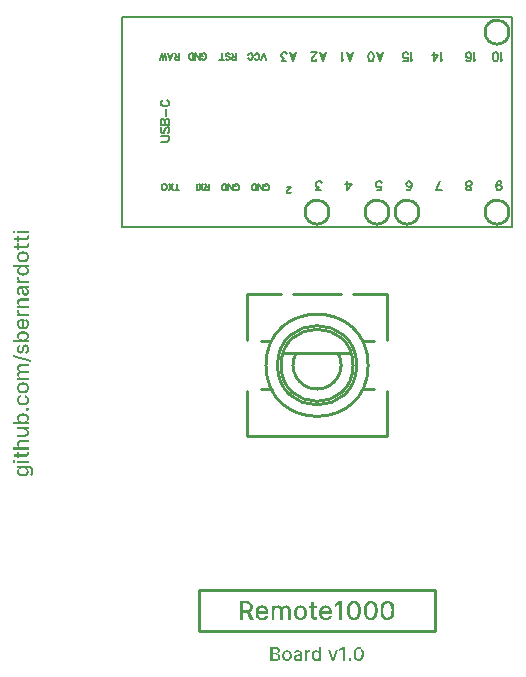
<source format=gto>
G04 Layer: TopSilkscreenLayer*
G04 EasyEDA v6.5.44, 2024-08-12 22:27:17*
G04 a969c8272e934fc59d291ef219c4aee1,8459dde1cedc4d0a992e2e80de75b1a7,10*
G04 Gerber Generator version 0.2*
G04 Scale: 100 percent, Rotated: No, Reflected: No *
G04 Dimensions in millimeters *
G04 leading zeros omitted , absolute positions ,4 integer and 5 decimal *
%FSLAX45Y45*%
%MOMM*%

%ADD10C,0.1524*%
%ADD11C,0.2032*%
%ADD12C,0.2540*%

%LPD*%
G36*
X3311906Y-5092547D02*
G01*
X3294735Y-5095036D01*
X3280410Y-5102453D01*
X3268726Y-5114290D01*
X3260090Y-5130393D01*
X3257092Y-5140147D01*
X3254959Y-5150815D01*
X3253638Y-5162397D01*
X3253232Y-5174843D01*
X3277108Y-5174843D01*
X3277666Y-5160873D01*
X3279444Y-5148580D01*
X3282391Y-5138013D01*
X3286506Y-5129123D01*
X3297428Y-5117134D01*
X3311906Y-5113121D01*
X3317036Y-5113578D01*
X3321812Y-5114899D01*
X3326180Y-5117134D01*
X3330194Y-5120233D01*
X3333902Y-5124246D01*
X3337102Y-5129072D01*
X3339846Y-5134762D01*
X3342132Y-5141315D01*
X3345383Y-5156555D01*
X3346450Y-5174843D01*
X3345891Y-5188966D01*
X3344164Y-5201361D01*
X3341319Y-5211978D01*
X3337306Y-5220817D01*
X3326384Y-5232654D01*
X3311906Y-5236565D01*
X3306622Y-5236159D01*
X3301746Y-5234787D01*
X3297224Y-5232603D01*
X3293110Y-5229453D01*
X3289503Y-5225592D01*
X3286353Y-5220817D01*
X3283661Y-5215178D01*
X3281426Y-5208625D01*
X3278174Y-5193334D01*
X3277108Y-5174843D01*
X3253232Y-5174843D01*
X3253638Y-5187492D01*
X3254959Y-5199126D01*
X3257092Y-5209844D01*
X3260090Y-5219547D01*
X3268522Y-5235905D01*
X3280156Y-5247741D01*
X3294684Y-5255006D01*
X3311906Y-5257393D01*
X3328924Y-5255006D01*
X3343401Y-5247741D01*
X3355035Y-5235905D01*
X3363468Y-5219547D01*
X3366465Y-5209844D01*
X3368598Y-5199126D01*
X3369868Y-5187492D01*
X3370326Y-5174843D01*
X3369868Y-5162397D01*
X3368598Y-5150815D01*
X3366465Y-5140147D01*
X3363468Y-5130393D01*
X3354882Y-5114290D01*
X3343401Y-5102453D01*
X3328924Y-5095036D01*
G37*
G36*
X3453892Y-5092547D02*
G01*
X3436874Y-5095036D01*
X3422396Y-5102453D01*
X3410762Y-5114290D01*
X3402329Y-5130393D01*
X3399231Y-5140147D01*
X3396996Y-5150815D01*
X3395675Y-5162397D01*
X3395218Y-5174843D01*
X3419348Y-5174843D01*
X3419906Y-5160873D01*
X3421634Y-5148580D01*
X3424478Y-5138013D01*
X3428492Y-5129123D01*
X3439414Y-5117134D01*
X3453892Y-5113121D01*
X3459022Y-5113578D01*
X3463848Y-5114899D01*
X3468319Y-5117134D01*
X3472434Y-5120233D01*
X3476040Y-5124246D01*
X3479241Y-5129072D01*
X3481984Y-5134762D01*
X3484372Y-5141315D01*
X3487420Y-5156555D01*
X3488436Y-5174843D01*
X3487877Y-5188966D01*
X3486150Y-5201361D01*
X3483305Y-5211978D01*
X3479292Y-5220817D01*
X3468370Y-5232654D01*
X3453892Y-5236565D01*
X3448608Y-5236159D01*
X3443782Y-5234787D01*
X3439363Y-5232603D01*
X3435350Y-5229453D01*
X3431641Y-5225592D01*
X3428441Y-5220817D01*
X3425698Y-5215178D01*
X3423412Y-5208625D01*
X3420364Y-5193334D01*
X3419348Y-5174843D01*
X3395218Y-5174843D01*
X3395675Y-5187492D01*
X3396996Y-5199126D01*
X3399231Y-5209844D01*
X3402329Y-5219547D01*
X3410762Y-5235905D01*
X3422396Y-5247741D01*
X3436721Y-5255006D01*
X3453892Y-5257393D01*
X3471011Y-5255006D01*
X3485387Y-5247741D01*
X3497021Y-5235905D01*
X3505454Y-5219547D01*
X3508552Y-5209844D01*
X3510787Y-5199126D01*
X3512108Y-5187492D01*
X3512565Y-5174843D01*
X3512108Y-5162397D01*
X3510787Y-5150815D01*
X3508552Y-5140147D01*
X3505454Y-5130393D01*
X3497021Y-5114290D01*
X3485387Y-5102453D01*
X3470910Y-5095036D01*
G37*
G36*
X3596132Y-5092547D02*
G01*
X3578961Y-5095036D01*
X3564636Y-5102453D01*
X3552951Y-5114290D01*
X3544315Y-5130393D01*
X3541318Y-5140147D01*
X3539185Y-5150815D01*
X3537864Y-5162397D01*
X3537458Y-5174843D01*
X3561334Y-5174843D01*
X3561892Y-5160873D01*
X3563670Y-5148580D01*
X3566617Y-5138013D01*
X3570732Y-5129123D01*
X3581654Y-5117134D01*
X3596132Y-5113121D01*
X3601262Y-5113578D01*
X3606037Y-5114899D01*
X3610406Y-5117134D01*
X3614420Y-5120233D01*
X3618128Y-5124246D01*
X3621328Y-5129072D01*
X3624072Y-5134762D01*
X3626358Y-5141315D01*
X3629609Y-5156555D01*
X3630676Y-5174843D01*
X3630117Y-5188966D01*
X3628390Y-5201361D01*
X3625545Y-5211978D01*
X3621532Y-5220817D01*
X3610610Y-5232654D01*
X3596132Y-5236565D01*
X3590848Y-5236159D01*
X3585972Y-5234787D01*
X3581450Y-5232603D01*
X3577336Y-5229453D01*
X3573729Y-5225592D01*
X3570579Y-5220817D01*
X3567887Y-5215178D01*
X3565651Y-5208625D01*
X3562400Y-5193334D01*
X3561334Y-5174843D01*
X3537458Y-5174843D01*
X3537864Y-5187492D01*
X3539185Y-5199126D01*
X3541318Y-5209844D01*
X3544315Y-5219547D01*
X3552748Y-5235905D01*
X3564382Y-5247741D01*
X3578910Y-5255006D01*
X3596132Y-5257393D01*
X3613150Y-5255006D01*
X3627628Y-5247741D01*
X3639261Y-5235905D01*
X3647694Y-5219547D01*
X3650691Y-5209844D01*
X3652824Y-5199126D01*
X3654094Y-5187492D01*
X3654551Y-5174843D01*
X3654094Y-5162397D01*
X3652824Y-5150815D01*
X3650691Y-5140147D01*
X3647694Y-5130393D01*
X3639108Y-5114290D01*
X3627628Y-5102453D01*
X3613150Y-5095036D01*
G37*
G36*
X2345436Y-5094833D02*
G01*
X2345436Y-5115661D01*
X2399792Y-5115661D01*
X2405481Y-5115915D01*
X2410561Y-5116576D01*
X2415133Y-5117693D01*
X2419096Y-5119217D01*
X2422550Y-5121198D01*
X2425496Y-5123535D01*
X2427986Y-5126278D01*
X2430018Y-5129377D01*
X2431542Y-5132882D01*
X2432659Y-5136642D01*
X2433320Y-5140756D01*
X2433574Y-5145125D01*
X2433320Y-5149443D01*
X2432659Y-5153406D01*
X2431542Y-5157063D01*
X2430018Y-5160365D01*
X2427986Y-5163413D01*
X2425496Y-5166055D01*
X2422550Y-5168341D01*
X2419096Y-5170271D01*
X2415133Y-5171744D01*
X2410663Y-5172760D01*
X2405634Y-5173370D01*
X2400046Y-5173573D01*
X2369566Y-5173573D01*
X2369566Y-5115661D01*
X2345436Y-5115661D01*
X2345436Y-5254853D01*
X2369566Y-5254853D01*
X2369566Y-5194401D01*
X2402332Y-5194401D01*
X2403754Y-5194249D01*
X2436368Y-5254853D01*
X2463800Y-5254853D01*
X2428240Y-5189728D01*
X2433066Y-5188051D01*
X2443937Y-5180685D01*
X2451608Y-5170779D01*
X2456180Y-5158790D01*
X2457704Y-5145125D01*
X2456180Y-5131104D01*
X2451608Y-5118963D01*
X2443988Y-5108956D01*
X2433320Y-5101183D01*
X2419350Y-5096459D01*
X2402332Y-5094833D01*
G37*
G36*
X3189224Y-5094833D02*
G01*
X3149346Y-5120995D01*
X3149346Y-5144109D01*
X3187700Y-5118963D01*
X3188716Y-5118963D01*
X3188716Y-5254853D01*
X3212846Y-5254853D01*
X3212846Y-5094833D01*
G37*
G36*
X2949448Y-5106009D02*
G01*
X2949448Y-5134965D01*
X2931922Y-5134965D01*
X2931922Y-5153507D01*
X2949448Y-5153507D01*
X2949448Y-5224373D01*
X2949752Y-5229606D01*
X2950667Y-5234381D01*
X2952140Y-5238648D01*
X2954274Y-5242407D01*
X2956966Y-5245862D01*
X2960065Y-5248757D01*
X2963468Y-5251196D01*
X2967228Y-5253075D01*
X2971342Y-5254650D01*
X2975610Y-5255717D01*
X2979978Y-5256276D01*
X2987192Y-5256377D01*
X2991866Y-5255971D01*
X2995676Y-5255158D01*
X2999740Y-5253837D01*
X2995422Y-5234533D01*
X2992120Y-5235295D01*
X2987294Y-5235549D01*
X2983585Y-5235295D01*
X2980182Y-5234533D01*
X2978607Y-5233771D01*
X2977184Y-5232704D01*
X2975914Y-5231384D01*
X2973933Y-5227878D01*
X2973324Y-5225542D01*
X2972917Y-5222798D01*
X2972816Y-5153507D01*
X2997454Y-5153507D01*
X2997454Y-5134965D01*
X2972816Y-5134965D01*
X2972816Y-5106009D01*
G37*
G36*
X2535428Y-5133187D02*
G01*
X2519730Y-5135168D01*
X2506218Y-5141061D01*
X2495143Y-5150662D01*
X2486914Y-5163159D01*
X2481783Y-5178298D01*
X2481167Y-5184495D01*
X2503271Y-5184495D01*
X2503424Y-5182209D01*
X2504186Y-5177993D01*
X2505456Y-5173929D01*
X2507234Y-5170017D01*
X2509367Y-5166309D01*
X2511907Y-5162905D01*
X2514955Y-5159959D01*
X2518410Y-5157317D01*
X2522220Y-5155234D01*
X2526385Y-5153710D01*
X2530856Y-5152796D01*
X2535682Y-5152491D01*
X2540000Y-5152796D01*
X2544064Y-5153609D01*
X2547874Y-5154930D01*
X2551430Y-5156809D01*
X2554528Y-5159044D01*
X2557322Y-5161635D01*
X2559761Y-5164632D01*
X2561844Y-5167985D01*
X2563520Y-5171694D01*
X2564688Y-5175707D01*
X2565400Y-5179974D01*
X2565654Y-5184495D01*
X2481167Y-5184495D01*
X2480056Y-5195671D01*
X2481783Y-5213096D01*
X2486914Y-5228183D01*
X2495245Y-5240578D01*
X2506472Y-5249773D01*
X2520543Y-5255514D01*
X2536952Y-5257393D01*
X2543352Y-5257139D01*
X2549448Y-5256377D01*
X2555189Y-5255107D01*
X2560574Y-5253329D01*
X2565450Y-5251094D01*
X2569921Y-5248452D01*
X2573934Y-5245404D01*
X2577592Y-5241899D01*
X2580741Y-5238089D01*
X2583383Y-5233974D01*
X2585466Y-5229606D01*
X2586990Y-5224881D01*
X2564892Y-5220817D01*
X2563723Y-5223510D01*
X2562352Y-5225999D01*
X2560675Y-5228234D01*
X2556764Y-5232044D01*
X2554528Y-5233619D01*
X2552090Y-5234940D01*
X2546553Y-5236972D01*
X2540457Y-5237988D01*
X2537206Y-5238089D01*
X2532278Y-5237835D01*
X2527655Y-5236972D01*
X2523388Y-5235549D01*
X2519426Y-5233517D01*
X2515819Y-5231130D01*
X2512618Y-5228183D01*
X2509824Y-5224780D01*
X2507488Y-5220817D01*
X2505608Y-5216296D01*
X2504236Y-5211368D01*
X2503424Y-5206034D01*
X2503220Y-5201767D01*
X2588514Y-5201767D01*
X2588514Y-5193639D01*
X2587447Y-5178602D01*
X2584196Y-5165953D01*
X2581808Y-5160416D01*
X2579065Y-5155438D01*
X2575864Y-5151018D01*
X2572258Y-5147157D01*
X2568295Y-5143855D01*
X2564130Y-5141010D01*
X2559659Y-5138674D01*
X2554986Y-5136743D01*
X2550210Y-5135219D01*
X2545384Y-5134102D01*
X2540457Y-5133441D01*
G37*
G36*
X2671064Y-5133187D02*
G01*
X2665323Y-5133543D01*
X2659989Y-5134610D01*
X2655163Y-5136337D01*
X2650744Y-5138775D01*
X2646730Y-5141874D01*
X2643378Y-5145481D01*
X2640634Y-5149596D01*
X2638552Y-5154269D01*
X2637028Y-5154269D01*
X2637028Y-5134965D01*
X2614676Y-5134965D01*
X2614676Y-5254853D01*
X2637790Y-5254853D01*
X2637790Y-5180939D01*
X2637993Y-5177028D01*
X2638653Y-5173268D01*
X2639771Y-5169763D01*
X2641346Y-5166461D01*
X2643124Y-5163616D01*
X2645206Y-5161026D01*
X2647594Y-5158790D01*
X2650236Y-5156809D01*
X2653080Y-5155387D01*
X2656078Y-5154371D01*
X2659176Y-5153761D01*
X2662428Y-5153507D01*
X2667152Y-5153914D01*
X2671368Y-5154980D01*
X2675128Y-5156809D01*
X2678430Y-5159349D01*
X2681071Y-5162651D01*
X2683002Y-5166360D01*
X2684119Y-5170525D01*
X2684526Y-5175097D01*
X2684526Y-5254853D01*
X2707640Y-5254853D01*
X2707640Y-5178399D01*
X2708046Y-5173218D01*
X2709214Y-5168442D01*
X2711196Y-5164175D01*
X2713990Y-5160365D01*
X2717495Y-5157368D01*
X2721610Y-5155234D01*
X2726385Y-5153964D01*
X2731770Y-5153507D01*
X2736189Y-5153863D01*
X2740355Y-5154879D01*
X2744216Y-5156555D01*
X2747772Y-5158841D01*
X2750667Y-5162092D01*
X2752699Y-5166106D01*
X2753969Y-5170982D01*
X2754376Y-5176621D01*
X2754376Y-5254853D01*
X2777744Y-5254853D01*
X2777744Y-5174335D01*
X2775153Y-5156403D01*
X2767330Y-5143601D01*
X2755442Y-5135829D01*
X2740660Y-5133187D01*
X2734411Y-5133594D01*
X2728569Y-5134660D01*
X2723235Y-5136489D01*
X2718308Y-5139029D01*
X2713939Y-5142179D01*
X2710180Y-5145786D01*
X2707081Y-5149799D01*
X2704592Y-5154269D01*
X2703322Y-5154269D01*
X2701137Y-5149697D01*
X2698445Y-5145633D01*
X2695194Y-5142077D01*
X2691384Y-5139029D01*
X2687066Y-5136489D01*
X2682240Y-5134660D01*
X2676906Y-5133594D01*
G37*
G36*
X2859532Y-5133187D02*
G01*
X2843631Y-5135168D01*
X2830068Y-5141061D01*
X2818841Y-5150307D01*
X2810510Y-5162651D01*
X2805379Y-5177840D01*
X2803652Y-5195417D01*
X2827020Y-5195417D01*
X2827223Y-5189728D01*
X2827883Y-5184241D01*
X2829001Y-5179060D01*
X2830576Y-5174081D01*
X2832557Y-5169509D01*
X2834995Y-5165394D01*
X2837891Y-5161788D01*
X2841244Y-5158587D01*
X2845155Y-5156047D01*
X2849473Y-5154218D01*
X2854299Y-5153152D01*
X2859532Y-5152745D01*
X2864764Y-5153152D01*
X2869488Y-5154218D01*
X2873756Y-5156047D01*
X2877566Y-5158587D01*
X2880969Y-5161788D01*
X2883916Y-5165394D01*
X2886303Y-5169509D01*
X2888234Y-5174081D01*
X2889758Y-5179060D01*
X2890875Y-5184241D01*
X2891536Y-5189728D01*
X2891790Y-5195417D01*
X2891536Y-5201056D01*
X2890875Y-5206441D01*
X2889758Y-5211572D01*
X2888234Y-5216499D01*
X2886303Y-5221122D01*
X2883916Y-5225237D01*
X2880969Y-5228844D01*
X2877566Y-5231993D01*
X2873756Y-5234482D01*
X2869488Y-5236210D01*
X2864764Y-5237276D01*
X2859532Y-5237581D01*
X2854299Y-5237276D01*
X2849473Y-5236210D01*
X2845155Y-5234482D01*
X2841244Y-5231993D01*
X2837891Y-5228844D01*
X2834995Y-5225237D01*
X2832557Y-5221122D01*
X2830576Y-5216499D01*
X2829001Y-5211572D01*
X2827883Y-5206441D01*
X2827223Y-5201056D01*
X2827020Y-5195417D01*
X2803652Y-5195417D01*
X2805379Y-5212842D01*
X2810510Y-5227929D01*
X2818841Y-5240324D01*
X2830068Y-5249519D01*
X2843631Y-5255463D01*
X2859532Y-5257393D01*
X2875280Y-5255463D01*
X2888996Y-5249519D01*
X2900121Y-5240324D01*
X2908554Y-5227929D01*
X2913684Y-5212842D01*
X2915412Y-5195417D01*
X2913684Y-5177840D01*
X2908554Y-5162651D01*
X2900121Y-5150307D01*
X2888996Y-5141061D01*
X2875280Y-5135168D01*
G37*
G36*
X3073400Y-5133187D02*
G01*
X3057702Y-5135168D01*
X3044190Y-5141061D01*
X3033064Y-5150662D01*
X3024632Y-5163159D01*
X3019501Y-5178298D01*
X3018885Y-5184495D01*
X3041243Y-5184495D01*
X3041396Y-5182209D01*
X3042107Y-5177993D01*
X3043275Y-5173929D01*
X3044952Y-5170017D01*
X3047187Y-5166309D01*
X3049828Y-5162905D01*
X3052876Y-5159959D01*
X3056382Y-5157317D01*
X3060090Y-5155234D01*
X3064205Y-5153710D01*
X3068624Y-5152796D01*
X3073400Y-5152491D01*
X3077819Y-5152796D01*
X3081985Y-5153609D01*
X3085846Y-5154930D01*
X3089402Y-5156809D01*
X3092500Y-5159044D01*
X3095294Y-5161635D01*
X3097733Y-5164632D01*
X3099816Y-5167985D01*
X3101492Y-5171694D01*
X3102660Y-5175707D01*
X3103372Y-5179974D01*
X3103626Y-5184495D01*
X3018885Y-5184495D01*
X3017774Y-5195671D01*
X3019501Y-5213096D01*
X3024632Y-5228183D01*
X3033115Y-5240578D01*
X3044444Y-5249773D01*
X3058414Y-5255514D01*
X3074924Y-5257393D01*
X3081324Y-5257139D01*
X3087370Y-5256377D01*
X3093008Y-5255107D01*
X3098292Y-5253329D01*
X3103270Y-5251094D01*
X3107791Y-5248452D01*
X3111906Y-5245404D01*
X3115564Y-5241899D01*
X3118612Y-5238089D01*
X3121202Y-5233974D01*
X3123336Y-5229606D01*
X3124962Y-5224881D01*
X3102864Y-5220817D01*
X3101695Y-5223510D01*
X3100324Y-5225999D01*
X3098647Y-5228234D01*
X3096768Y-5230215D01*
X3094634Y-5232044D01*
X3092399Y-5233619D01*
X3087370Y-5236057D01*
X3084525Y-5236972D01*
X3078429Y-5237988D01*
X3075178Y-5238089D01*
X3070250Y-5237835D01*
X3065627Y-5236972D01*
X3061360Y-5235549D01*
X3057398Y-5233517D01*
X3053689Y-5231130D01*
X3050489Y-5228183D01*
X3047746Y-5224780D01*
X3045460Y-5220817D01*
X3043580Y-5216296D01*
X3042208Y-5211368D01*
X3041396Y-5206034D01*
X3041192Y-5201767D01*
X3126486Y-5201767D01*
X3126486Y-5193639D01*
X3125419Y-5178602D01*
X3122168Y-5165953D01*
X3119678Y-5160416D01*
X3116834Y-5155438D01*
X3113582Y-5151018D01*
X3109976Y-5147157D01*
X3106166Y-5143855D01*
X3102051Y-5141010D01*
X3097631Y-5138674D01*
X3092958Y-5136743D01*
X3088182Y-5135219D01*
X3083356Y-5134102D01*
X3078429Y-5133441D01*
G37*
G36*
X434085Y-1959254D02*
G01*
X431749Y-1959457D01*
X429615Y-1960118D01*
X427685Y-1961235D01*
X425958Y-1962810D01*
X424535Y-1964639D01*
X423468Y-1966722D01*
X422859Y-1968957D01*
X422656Y-1971395D01*
X422859Y-1973732D01*
X423468Y-1975916D01*
X424535Y-1977948D01*
X425958Y-1979828D01*
X427685Y-1981352D01*
X429615Y-1982470D01*
X431749Y-1983130D01*
X434085Y-1983384D01*
X436321Y-1983130D01*
X438404Y-1982470D01*
X440385Y-1981352D01*
X442214Y-1979828D01*
X443636Y-1977948D01*
X444703Y-1975916D01*
X445312Y-1973732D01*
X445516Y-1971395D01*
X445312Y-1968957D01*
X444703Y-1966722D01*
X443636Y-1964639D01*
X442214Y-1962810D01*
X440385Y-1961235D01*
X438404Y-1960118D01*
X436321Y-1959457D01*
G37*
G36*
X460501Y-1961997D02*
G01*
X460501Y-1981047D01*
X558800Y-1981047D01*
X558800Y-1961997D01*
G37*
G36*
X558038Y-2000402D02*
G01*
X542290Y-2003704D01*
X542798Y-2006447D01*
X543052Y-2009444D01*
X543001Y-2012035D01*
X542493Y-2014982D01*
X541426Y-2017623D01*
X539496Y-2019757D01*
X538226Y-2020671D01*
X536651Y-2021382D01*
X532587Y-2022144D01*
X475996Y-2022195D01*
X475996Y-2002129D01*
X460501Y-2002129D01*
X460501Y-2022195D01*
X437134Y-2022195D01*
X437134Y-2041245D01*
X460501Y-2041245D01*
X460501Y-2055723D01*
X475996Y-2055723D01*
X475996Y-2041245D01*
X533908Y-2041245D01*
X538175Y-2041042D01*
X542036Y-2040331D01*
X545541Y-2039112D01*
X548640Y-2037486D01*
X551383Y-2035251D01*
X553720Y-2032762D01*
X555701Y-2029917D01*
X557276Y-2026818D01*
X558596Y-2023465D01*
X559511Y-2020011D01*
X559968Y-2016455D01*
X560019Y-2010613D01*
X559663Y-2006701D01*
G37*
G36*
X558038Y-2067204D02*
G01*
X542290Y-2070760D01*
X542798Y-2073249D01*
X543052Y-2076246D01*
X543001Y-2078939D01*
X542493Y-2081885D01*
X541426Y-2084476D01*
X539496Y-2086660D01*
X536651Y-2088286D01*
X534771Y-2088845D01*
X530098Y-2089302D01*
X475996Y-2089302D01*
X475996Y-2068931D01*
X460501Y-2068931D01*
X460501Y-2089302D01*
X437134Y-2089302D01*
X437134Y-2108352D01*
X460501Y-2108352D01*
X460501Y-2122576D01*
X475996Y-2122576D01*
X475996Y-2108352D01*
X533908Y-2108352D01*
X538175Y-2108047D01*
X542036Y-2107336D01*
X545541Y-2106015D01*
X548640Y-2104237D01*
X551383Y-2102053D01*
X553720Y-2099564D01*
X555701Y-2096719D01*
X557276Y-2093620D01*
X558596Y-2090318D01*
X559511Y-2086914D01*
X559968Y-2083358D01*
X560019Y-2077415D01*
X559663Y-2073605D01*
G37*
G36*
X510032Y-2136292D02*
G01*
X495757Y-2137664D01*
X483362Y-2141829D01*
X477977Y-2144928D01*
X473201Y-2148636D01*
X469087Y-2152954D01*
X465582Y-2157831D01*
X460806Y-2168956D01*
X459232Y-2182012D01*
X475234Y-2182012D01*
X475538Y-2177643D01*
X476453Y-2173681D01*
X477926Y-2170125D01*
X480059Y-2167026D01*
X482650Y-2164283D01*
X485648Y-2161946D01*
X489000Y-2159965D01*
X492759Y-2158339D01*
X496773Y-2157120D01*
X500989Y-2156256D01*
X505409Y-2155748D01*
X510032Y-2155545D01*
X514654Y-2155748D01*
X519023Y-2156256D01*
X523290Y-2157120D01*
X527304Y-2158339D01*
X531063Y-2159965D01*
X534416Y-2161946D01*
X537413Y-2164283D01*
X540004Y-2167026D01*
X542137Y-2170125D01*
X543610Y-2173681D01*
X544525Y-2177643D01*
X544830Y-2182012D01*
X544525Y-2186228D01*
X543610Y-2190140D01*
X542137Y-2193594D01*
X540004Y-2196744D01*
X537413Y-2199538D01*
X534416Y-2201976D01*
X531063Y-2204008D01*
X527304Y-2205634D01*
X523290Y-2206853D01*
X519023Y-2207717D01*
X514654Y-2208225D01*
X510032Y-2208428D01*
X505409Y-2208225D01*
X500989Y-2207717D01*
X496773Y-2206853D01*
X492759Y-2205634D01*
X489000Y-2204008D01*
X485648Y-2201976D01*
X482650Y-2199538D01*
X480059Y-2196744D01*
X477926Y-2193594D01*
X476453Y-2190140D01*
X475538Y-2186228D01*
X475234Y-2182012D01*
X459232Y-2182012D01*
X460806Y-2194864D01*
X465582Y-2206142D01*
X469087Y-2210917D01*
X473201Y-2215184D01*
X477977Y-2218944D01*
X483362Y-2222144D01*
X495757Y-2226310D01*
X510032Y-2227681D01*
X524306Y-2226310D01*
X536702Y-2222144D01*
X542086Y-2218944D01*
X546862Y-2215184D01*
X550976Y-2210917D01*
X554482Y-2206142D01*
X559257Y-2194864D01*
X560832Y-2182012D01*
X559257Y-2168956D01*
X554482Y-2157831D01*
X550976Y-2152954D01*
X546862Y-2148636D01*
X542086Y-2144928D01*
X536702Y-2141829D01*
X524306Y-2137664D01*
G37*
G36*
X427990Y-2250592D02*
G01*
X427990Y-2269642D01*
X476504Y-2269642D01*
X476504Y-2270912D01*
X473201Y-2272842D01*
X469392Y-2275687D01*
X467410Y-2277414D01*
X465582Y-2279396D01*
X463854Y-2281732D01*
X462280Y-2284323D01*
X460959Y-2287371D01*
X459993Y-2290826D01*
X459420Y-2295042D01*
X475488Y-2295042D01*
X475742Y-2290978D01*
X476554Y-2287270D01*
X477926Y-2283866D01*
X479806Y-2280818D01*
X482193Y-2278176D01*
X484936Y-2275840D01*
X488137Y-2273858D01*
X491743Y-2272131D01*
X495706Y-2270912D01*
X500075Y-2270048D01*
X504748Y-2269540D01*
X509778Y-2269337D01*
X514705Y-2269540D01*
X519379Y-2270048D01*
X523748Y-2270912D01*
X527812Y-2272131D01*
X531520Y-2273858D01*
X534822Y-2275890D01*
X537616Y-2278278D01*
X540004Y-2281021D01*
X541883Y-2284018D01*
X543255Y-2287320D01*
X544068Y-2290978D01*
X544322Y-2295042D01*
X544017Y-2299055D01*
X543204Y-2302764D01*
X541731Y-2306167D01*
X539750Y-2309215D01*
X537260Y-2311958D01*
X534365Y-2314295D01*
X531012Y-2316276D01*
X527304Y-2317902D01*
X523240Y-2319223D01*
X518972Y-2320188D01*
X514502Y-2320747D01*
X509778Y-2320899D01*
X504951Y-2320747D01*
X500430Y-2320188D01*
X496214Y-2319223D01*
X492251Y-2317902D01*
X488645Y-2316276D01*
X485393Y-2314295D01*
X482549Y-2311958D01*
X480059Y-2309215D01*
X478078Y-2306269D01*
X476605Y-2302865D01*
X475792Y-2299157D01*
X475488Y-2295042D01*
X459420Y-2295042D01*
X459232Y-2299055D01*
X459638Y-2304796D01*
X460756Y-2310180D01*
X462686Y-2315311D01*
X465328Y-2320137D01*
X468680Y-2324608D01*
X472693Y-2328519D01*
X477316Y-2331974D01*
X482600Y-2334920D01*
X495096Y-2338882D01*
X509778Y-2340254D01*
X524611Y-2338882D01*
X537210Y-2334920D01*
X542493Y-2331974D01*
X547166Y-2328621D01*
X551281Y-2324760D01*
X554736Y-2320442D01*
X557377Y-2315565D01*
X559308Y-2310384D01*
X560425Y-2304897D01*
X560832Y-2299055D01*
X560628Y-2294839D01*
X560070Y-2291029D01*
X559104Y-2287625D01*
X557784Y-2284628D01*
X556209Y-2281936D01*
X552653Y-2277516D01*
X548690Y-2274163D01*
X543560Y-2270912D01*
X543560Y-2269134D01*
X558800Y-2269134D01*
X558800Y-2250592D01*
G37*
G36*
X459485Y-2352395D02*
G01*
X459232Y-2360523D01*
X459536Y-2364740D01*
X460400Y-2368753D01*
X461822Y-2372512D01*
X463804Y-2376068D01*
X466293Y-2379218D01*
X469188Y-2381910D01*
X472541Y-2384044D01*
X476250Y-2385720D01*
X476250Y-2386736D01*
X460501Y-2386736D01*
X460501Y-2404973D01*
X558800Y-2404973D01*
X558800Y-2385923D01*
X498856Y-2385923D01*
X495757Y-2385771D01*
X492810Y-2385161D01*
X490067Y-2384247D01*
X487426Y-2382926D01*
X485038Y-2381250D01*
X482904Y-2379268D01*
X481076Y-2377033D01*
X479551Y-2374544D01*
X478332Y-2371750D01*
X477469Y-2368854D01*
X476910Y-2365806D01*
X476808Y-2361082D01*
X477774Y-2352395D01*
G37*
G36*
X493522Y-2430373D02*
G01*
X488442Y-2430627D01*
X483819Y-2431338D01*
X479653Y-2432558D01*
X475996Y-2434234D01*
X472897Y-2436215D01*
X470154Y-2438450D01*
X467817Y-2440940D01*
X465835Y-2443581D01*
X464108Y-2446578D01*
X462686Y-2449626D01*
X461568Y-2452776D01*
X460095Y-2459329D01*
X459333Y-2465527D01*
X459384Y-2472893D01*
X459892Y-2477211D01*
X460654Y-2481427D01*
X461772Y-2485542D01*
X463245Y-2489454D01*
X465074Y-2493111D01*
X467309Y-2496566D01*
X469900Y-2499715D01*
X472897Y-2502611D01*
X476300Y-2505151D01*
X480161Y-2507335D01*
X484378Y-2509113D01*
X488442Y-2491079D01*
X485952Y-2489860D01*
X483565Y-2488184D01*
X481228Y-2486050D01*
X479043Y-2483510D01*
X477164Y-2480411D01*
X475792Y-2476855D01*
X474980Y-2472842D01*
X474726Y-2468270D01*
X475030Y-2463952D01*
X475894Y-2460193D01*
X477316Y-2456942D01*
X479298Y-2454249D01*
X481939Y-2452268D01*
X485038Y-2450846D01*
X488543Y-2449982D01*
X492759Y-2449728D01*
X523493Y-2449728D01*
X526237Y-2449880D01*
X528980Y-2450388D01*
X531571Y-2451252D01*
X534162Y-2452471D01*
X536600Y-2454198D01*
X538784Y-2456180D01*
X540766Y-2458516D01*
X542544Y-2461107D01*
X543864Y-2464206D01*
X544830Y-2467457D01*
X545388Y-2471013D01*
X545592Y-2474823D01*
X545388Y-2478735D01*
X544677Y-2482189D01*
X543610Y-2485339D01*
X542036Y-2488031D01*
X540054Y-2490368D01*
X537565Y-2492044D01*
X534720Y-2493060D01*
X531368Y-2493365D01*
X528929Y-2493213D01*
X526745Y-2492705D01*
X524764Y-2491841D01*
X522985Y-2490571D01*
X521563Y-2489200D01*
X520293Y-2487523D01*
X518414Y-2483510D01*
X516890Y-2478633D01*
X515874Y-2473299D01*
X513791Y-2458364D01*
X512165Y-2452217D01*
X511301Y-2450338D01*
X510793Y-2449728D01*
X492759Y-2449728D01*
X494385Y-2449880D01*
X495808Y-2450338D01*
X496976Y-2451150D01*
X497840Y-2452268D01*
X499160Y-2455468D01*
X500126Y-2460142D01*
X501650Y-2474620D01*
X504190Y-2488031D01*
X506120Y-2494534D01*
X507339Y-2497480D01*
X508762Y-2500223D01*
X510540Y-2502865D01*
X512572Y-2505202D01*
X514858Y-2507183D01*
X517398Y-2508910D01*
X520242Y-2510332D01*
X523493Y-2511348D01*
X527100Y-2511958D01*
X531114Y-2512212D01*
X535736Y-2511907D01*
X540004Y-2511094D01*
X543864Y-2509774D01*
X547370Y-2507894D01*
X550468Y-2505405D01*
X553212Y-2502611D01*
X555548Y-2499461D01*
X557530Y-2495905D01*
X559104Y-2491994D01*
X560222Y-2487879D01*
X560882Y-2483510D01*
X561086Y-2478887D01*
X560933Y-2474976D01*
X560476Y-2471369D01*
X559663Y-2468016D01*
X557326Y-2462174D01*
X555955Y-2459685D01*
X554380Y-2457450D01*
X550926Y-2453792D01*
X547217Y-2450998D01*
X545338Y-2449931D01*
X545338Y-2449220D01*
X558800Y-2449220D01*
X558800Y-2430373D01*
G37*
G36*
X496316Y-2532989D02*
G01*
X490474Y-2533294D01*
X485140Y-2534107D01*
X480314Y-2535428D01*
X475996Y-2537307D01*
X472084Y-2539593D01*
X468680Y-2542286D01*
X465835Y-2545435D01*
X463550Y-2549042D01*
X461670Y-2552852D01*
X460298Y-2557068D01*
X459485Y-2561640D01*
X459232Y-2566568D01*
X459536Y-2571800D01*
X460451Y-2576576D01*
X461924Y-2580944D01*
X464058Y-2584805D01*
X466648Y-2588260D01*
X469595Y-2591155D01*
X472846Y-2593594D01*
X476504Y-2595473D01*
X476504Y-2596794D01*
X460501Y-2596794D01*
X460501Y-2615031D01*
X558800Y-2615031D01*
X558800Y-2595981D01*
X500380Y-2595981D01*
X496671Y-2595829D01*
X493268Y-2595219D01*
X490067Y-2594305D01*
X487172Y-2592984D01*
X484530Y-2591308D01*
X482295Y-2589377D01*
X480364Y-2587244D01*
X478790Y-2584805D01*
X477570Y-2582214D01*
X476707Y-2579370D01*
X476148Y-2576372D01*
X475996Y-2573121D01*
X476351Y-2568448D01*
X477469Y-2564333D01*
X479298Y-2560726D01*
X481838Y-2557678D01*
X485190Y-2555341D01*
X489051Y-2553665D01*
X493572Y-2552649D01*
X498601Y-2552344D01*
X558800Y-2552344D01*
X558800Y-2532989D01*
G37*
G36*
X459485Y-2631592D02*
G01*
X459232Y-2635605D01*
X459232Y-2639720D01*
X459536Y-2643886D01*
X460400Y-2647899D01*
X461822Y-2651658D01*
X463804Y-2655163D01*
X466293Y-2658364D01*
X469188Y-2661005D01*
X472541Y-2663190D01*
X476250Y-2664815D01*
X476250Y-2665831D01*
X460501Y-2665831D01*
X460501Y-2684170D01*
X558800Y-2684170D01*
X558800Y-2665120D01*
X498856Y-2665120D01*
X495757Y-2664917D01*
X492810Y-2664358D01*
X490067Y-2663393D01*
X487426Y-2662021D01*
X485038Y-2660396D01*
X482904Y-2658414D01*
X481076Y-2656179D01*
X479551Y-2653639D01*
X478332Y-2650896D01*
X477469Y-2648000D01*
X476910Y-2644952D01*
X476808Y-2640228D01*
X477774Y-2631592D01*
G37*
G36*
X508762Y-2705455D02*
G01*
X502310Y-2705709D01*
X496316Y-2706370D01*
X490829Y-2707487D01*
X485901Y-2709062D01*
X481431Y-2710992D01*
X477418Y-2713278D01*
X473811Y-2715920D01*
X470662Y-2718968D01*
X467918Y-2722118D01*
X465582Y-2725470D01*
X463600Y-2729077D01*
X462026Y-2732887D01*
X460806Y-2736748D01*
X459943Y-2740710D01*
X459384Y-2744774D01*
X459232Y-2748889D01*
X475234Y-2748889D01*
X475437Y-2745232D01*
X476046Y-2741879D01*
X477113Y-2738780D01*
X478535Y-2735986D01*
X480364Y-2733344D01*
X482447Y-2731008D01*
X484936Y-2729026D01*
X487680Y-2727299D01*
X490728Y-2725978D01*
X493979Y-2725013D01*
X497433Y-2724454D01*
X501142Y-2724302D01*
X501142Y-2775204D01*
X499313Y-2775102D01*
X495808Y-2774492D01*
X492455Y-2773476D01*
X489204Y-2772054D01*
X486308Y-2770225D01*
X483616Y-2768092D01*
X481228Y-2765653D01*
X479043Y-2762910D01*
X477367Y-2759710D01*
X476199Y-2756357D01*
X475488Y-2752750D01*
X475234Y-2748889D01*
X459232Y-2748889D01*
X460857Y-2761742D01*
X465835Y-2772765D01*
X469341Y-2777591D01*
X473506Y-2781858D01*
X478383Y-2785618D01*
X483870Y-2788818D01*
X496163Y-2792984D01*
X510285Y-2794355D01*
X524560Y-2792984D01*
X536956Y-2788818D01*
X542340Y-2785567D01*
X547065Y-2781808D01*
X551078Y-2777439D01*
X554482Y-2772562D01*
X559257Y-2761132D01*
X560832Y-2747670D01*
X560628Y-2742438D01*
X560019Y-2737561D01*
X558952Y-2732938D01*
X557530Y-2728620D01*
X555701Y-2724454D01*
X553516Y-2720695D01*
X551027Y-2717342D01*
X548132Y-2714345D01*
X545084Y-2711805D01*
X541731Y-2709672D01*
X538073Y-2707995D01*
X534162Y-2706776D01*
X531114Y-2724810D01*
X533298Y-2725775D01*
X537108Y-2728315D01*
X538734Y-2729839D01*
X541375Y-2733446D01*
X542442Y-2735376D01*
X544068Y-2739796D01*
X544982Y-2744774D01*
X545084Y-2747365D01*
X544830Y-2751429D01*
X544118Y-2755290D01*
X542950Y-2758846D01*
X541274Y-2762097D01*
X539292Y-2764993D01*
X536905Y-2767584D01*
X534060Y-2769819D01*
X530860Y-2771749D01*
X527253Y-2773324D01*
X523240Y-2774442D01*
X518871Y-2775102D01*
X515366Y-2775254D01*
X515366Y-2705455D01*
G37*
G36*
X509778Y-2811373D02*
G01*
X495096Y-2812745D01*
X482600Y-2816707D01*
X477316Y-2819654D01*
X472693Y-2823057D01*
X468680Y-2827020D01*
X465328Y-2831439D01*
X462686Y-2836214D01*
X460756Y-2841294D01*
X459587Y-2846730D01*
X459232Y-2852521D01*
X459423Y-2856636D01*
X475488Y-2856636D01*
X475792Y-2852470D01*
X476605Y-2848660D01*
X478078Y-2845206D01*
X480059Y-2842107D01*
X482549Y-2839516D01*
X485393Y-2837180D01*
X488645Y-2835198D01*
X492251Y-2833471D01*
X496214Y-2832252D01*
X500430Y-2831388D01*
X504951Y-2830880D01*
X509778Y-2830728D01*
X514502Y-2830880D01*
X518972Y-2831388D01*
X523240Y-2832252D01*
X527304Y-2833471D01*
X531012Y-2835198D01*
X534365Y-2837230D01*
X537260Y-2839618D01*
X539750Y-2842412D01*
X541731Y-2845358D01*
X543153Y-2848762D01*
X544017Y-2852470D01*
X544322Y-2856636D01*
X544068Y-2860649D01*
X543255Y-2864307D01*
X541883Y-2867609D01*
X540004Y-2870555D01*
X537616Y-2873197D01*
X534822Y-2875534D01*
X531520Y-2877515D01*
X527812Y-2879242D01*
X523748Y-2880563D01*
X519379Y-2881477D01*
X514705Y-2882087D01*
X509778Y-2882239D01*
X504748Y-2882087D01*
X500075Y-2881579D01*
X495706Y-2880715D01*
X491743Y-2879445D01*
X488137Y-2877769D01*
X484936Y-2875737D01*
X482193Y-2873349D01*
X479806Y-2870555D01*
X477926Y-2867609D01*
X476554Y-2864307D01*
X475742Y-2860649D01*
X475488Y-2856636D01*
X459423Y-2856636D01*
X459993Y-2860802D01*
X460959Y-2864256D01*
X462280Y-2867304D01*
X463854Y-2869895D01*
X465582Y-2872232D01*
X467410Y-2874213D01*
X471373Y-2877464D01*
X476504Y-2880715D01*
X476504Y-2882036D01*
X427990Y-2882036D01*
X427990Y-2901086D01*
X558800Y-2901086D01*
X558800Y-2882239D01*
X543560Y-2882239D01*
X543560Y-2880715D01*
X546862Y-2878632D01*
X550672Y-2875889D01*
X552653Y-2874111D01*
X556209Y-2869692D01*
X557784Y-2866999D01*
X559104Y-2864002D01*
X560070Y-2860548D01*
X560628Y-2856636D01*
X560832Y-2852318D01*
X560476Y-2846578D01*
X559308Y-2841193D01*
X557377Y-2836062D01*
X554736Y-2831236D01*
X551281Y-2826867D01*
X547166Y-2823006D01*
X542493Y-2819654D01*
X537210Y-2816707D01*
X524611Y-2812745D01*
G37*
G36*
X530352Y-2923387D02*
G01*
X525373Y-2923844D01*
X520954Y-2925114D01*
X516991Y-2927248D01*
X513588Y-2930245D01*
X510489Y-2934004D01*
X507847Y-2938576D01*
X505663Y-2944012D01*
X499160Y-2969869D01*
X498043Y-2973070D01*
X496722Y-2975711D01*
X495300Y-2977794D01*
X493674Y-2979318D01*
X491794Y-2980436D01*
X489712Y-2981096D01*
X487426Y-2981299D01*
X484733Y-2980994D01*
X482295Y-2979978D01*
X480059Y-2978302D01*
X478028Y-2975965D01*
X476453Y-2973019D01*
X475335Y-2969768D01*
X474675Y-2966161D01*
X474472Y-2962249D01*
X474573Y-2959455D01*
X475589Y-2954528D01*
X477469Y-2950565D01*
X478586Y-2948940D01*
X481330Y-2946247D01*
X484428Y-2944114D01*
X487680Y-2942742D01*
X484632Y-2925470D01*
X479196Y-2927350D01*
X474268Y-2930042D01*
X469900Y-2933446D01*
X466090Y-2937662D01*
X460959Y-2948432D01*
X459232Y-2962554D01*
X459485Y-2967939D01*
X460197Y-2973019D01*
X461365Y-2977743D01*
X463042Y-2982112D01*
X465023Y-2986176D01*
X467359Y-2989783D01*
X470103Y-2992882D01*
X473201Y-2995523D01*
X476605Y-2997657D01*
X480314Y-2999181D01*
X484276Y-3000095D01*
X488442Y-3000349D01*
X493420Y-2999994D01*
X497941Y-2998774D01*
X502056Y-2996793D01*
X505714Y-2993999D01*
X508914Y-2990291D01*
X511606Y-2985668D01*
X513842Y-2980131D01*
X515620Y-2973679D01*
X520293Y-2953715D01*
X521360Y-2950921D01*
X522579Y-2948533D01*
X524001Y-2946552D01*
X525729Y-2945079D01*
X527608Y-2944063D01*
X529691Y-2943453D01*
X531876Y-2943199D01*
X534568Y-2943555D01*
X537057Y-2944622D01*
X539394Y-2946349D01*
X541528Y-2948787D01*
X543204Y-2951835D01*
X544372Y-2955340D01*
X545084Y-2959354D01*
X545338Y-2963773D01*
X545134Y-2967888D01*
X544423Y-2971596D01*
X543356Y-2974898D01*
X541782Y-2977794D01*
X539648Y-2980232D01*
X537159Y-2982214D01*
X534212Y-2983788D01*
X530860Y-2984855D01*
X533654Y-3003397D01*
X545134Y-2998927D01*
X553720Y-2990494D01*
X559054Y-2978556D01*
X560832Y-2963570D01*
X560578Y-2957880D01*
X559816Y-2952496D01*
X558546Y-2947466D01*
X556768Y-2942742D01*
X554685Y-2938373D01*
X552196Y-2934563D01*
X549351Y-2931312D01*
X546100Y-2928518D01*
X542544Y-2926283D01*
X538734Y-2924657D01*
X534670Y-2923743D01*
G37*
G36*
X421640Y-3015386D02*
G01*
X421640Y-3032404D01*
X578612Y-3074568D01*
X578612Y-3057499D01*
G37*
G36*
X493014Y-3090773D02*
G01*
X478129Y-3092907D01*
X467614Y-3099155D01*
X463956Y-3103676D01*
X461314Y-3108807D01*
X459740Y-3114598D01*
X459232Y-3120999D01*
X459536Y-3126181D01*
X460451Y-3130905D01*
X461924Y-3135325D01*
X464058Y-3139287D01*
X466547Y-3142843D01*
X469442Y-3145942D01*
X472795Y-3148431D01*
X476504Y-3150463D01*
X476504Y-3151479D01*
X472795Y-3153359D01*
X469442Y-3155645D01*
X466547Y-3158337D01*
X464058Y-3161436D01*
X461924Y-3164941D01*
X460451Y-3168853D01*
X459536Y-3173171D01*
X459232Y-3177895D01*
X459536Y-3182569D01*
X460400Y-3186938D01*
X461822Y-3190951D01*
X463804Y-3194710D01*
X466293Y-3197860D01*
X469239Y-3200603D01*
X472643Y-3202838D01*
X476504Y-3204565D01*
X476504Y-3205886D01*
X460501Y-3205886D01*
X460501Y-3224123D01*
X558800Y-3224123D01*
X558800Y-3205073D01*
X498348Y-3205073D01*
X495147Y-3204921D01*
X492150Y-3204413D01*
X489305Y-3203549D01*
X486664Y-3202279D01*
X484276Y-3200806D01*
X482142Y-3199079D01*
X480314Y-3197098D01*
X477469Y-3192627D01*
X476504Y-3190189D01*
X475945Y-3187649D01*
X475742Y-3185007D01*
X476046Y-3181197D01*
X476961Y-3177743D01*
X478434Y-3174695D01*
X480568Y-3172104D01*
X483260Y-3169869D01*
X486359Y-3168294D01*
X489762Y-3167329D01*
X493522Y-3166973D01*
X558800Y-3166973D01*
X558800Y-3147923D01*
X496316Y-3147923D01*
X491947Y-3147618D01*
X488086Y-3146653D01*
X484581Y-3145078D01*
X481584Y-3142894D01*
X479043Y-3139948D01*
X477215Y-3136595D01*
X476097Y-3132734D01*
X475742Y-3128365D01*
X476046Y-3124708D01*
X476859Y-3121304D01*
X478332Y-3118104D01*
X480314Y-3115157D01*
X482955Y-3112871D01*
X486206Y-3111195D01*
X490169Y-3110179D01*
X494792Y-3109823D01*
X558800Y-3109823D01*
X558800Y-3090773D01*
G37*
G36*
X510032Y-3245510D02*
G01*
X495757Y-3246882D01*
X483362Y-3251047D01*
X477977Y-3254248D01*
X473201Y-3258007D01*
X469087Y-3262274D01*
X465582Y-3267049D01*
X460806Y-3278327D01*
X459232Y-3291179D01*
X475234Y-3291179D01*
X475538Y-3286963D01*
X476453Y-3283102D01*
X477926Y-3279597D01*
X480059Y-3276447D01*
X482650Y-3273653D01*
X485648Y-3271215D01*
X489000Y-3269183D01*
X492759Y-3267557D01*
X496773Y-3266338D01*
X500989Y-3265474D01*
X505409Y-3264966D01*
X510032Y-3264763D01*
X514654Y-3264966D01*
X519023Y-3265474D01*
X523290Y-3266338D01*
X527304Y-3267557D01*
X531063Y-3269183D01*
X534416Y-3271215D01*
X537413Y-3273653D01*
X540004Y-3276447D01*
X542137Y-3279597D01*
X543610Y-3283102D01*
X544525Y-3286963D01*
X544830Y-3291179D01*
X544525Y-3295497D01*
X543610Y-3299409D01*
X542137Y-3302965D01*
X540004Y-3306165D01*
X537413Y-3308908D01*
X534416Y-3311245D01*
X531063Y-3313226D01*
X527304Y-3314852D01*
X523290Y-3316071D01*
X519023Y-3316935D01*
X514654Y-3317443D01*
X510032Y-3317595D01*
X505409Y-3317443D01*
X500989Y-3316935D01*
X496773Y-3316071D01*
X492759Y-3314852D01*
X489000Y-3313226D01*
X485648Y-3311245D01*
X482650Y-3308908D01*
X480059Y-3306165D01*
X477926Y-3302965D01*
X476453Y-3299409D01*
X475538Y-3295497D01*
X475234Y-3291179D01*
X459232Y-3291179D01*
X460806Y-3304235D01*
X465582Y-3315360D01*
X469087Y-3320237D01*
X473201Y-3324555D01*
X477977Y-3328263D01*
X483362Y-3331362D01*
X495757Y-3335528D01*
X510032Y-3336899D01*
X524306Y-3335528D01*
X536702Y-3331362D01*
X542086Y-3328263D01*
X546862Y-3324555D01*
X550976Y-3320237D01*
X554482Y-3315360D01*
X559257Y-3304235D01*
X560832Y-3291179D01*
X559257Y-3278327D01*
X554482Y-3267049D01*
X550976Y-3262274D01*
X546862Y-3258007D01*
X542086Y-3254248D01*
X536702Y-3251047D01*
X524306Y-3246882D01*
G37*
G36*
X492251Y-3353155D02*
G01*
X487476Y-3353968D01*
X483006Y-3355289D01*
X478840Y-3357118D01*
X474980Y-3359505D01*
X471525Y-3362401D01*
X468426Y-3365754D01*
X465785Y-3369513D01*
X463550Y-3373729D01*
X461670Y-3378250D01*
X460298Y-3383026D01*
X459485Y-3388156D01*
X459232Y-3393592D01*
X460857Y-3406597D01*
X465835Y-3417671D01*
X469341Y-3422599D01*
X473456Y-3426917D01*
X478231Y-3430625D01*
X483616Y-3433673D01*
X496062Y-3437890D01*
X510032Y-3439312D01*
X524103Y-3437890D01*
X536448Y-3433673D01*
X541832Y-3430727D01*
X546608Y-3427069D01*
X550722Y-3422853D01*
X554228Y-3417976D01*
X559155Y-3406749D01*
X560832Y-3393592D01*
X560578Y-3387902D01*
X559765Y-3382619D01*
X558393Y-3377742D01*
X556514Y-3373221D01*
X554177Y-3369157D01*
X551434Y-3365449D01*
X548335Y-3362147D01*
X544830Y-3359302D01*
X540918Y-3356965D01*
X536752Y-3355238D01*
X532384Y-3353917D01*
X527812Y-3353155D01*
X527812Y-3371697D01*
X530352Y-3372459D01*
X532688Y-3373424D01*
X534822Y-3374644D01*
X536702Y-3376015D01*
X540054Y-3379419D01*
X541426Y-3381349D01*
X542544Y-3383381D01*
X544068Y-3388156D01*
X544576Y-3393287D01*
X544322Y-3397250D01*
X543509Y-3400907D01*
X542137Y-3404362D01*
X540258Y-3407562D01*
X537870Y-3410305D01*
X535127Y-3412744D01*
X531926Y-3414877D01*
X528320Y-3416655D01*
X524205Y-3418128D01*
X519734Y-3419144D01*
X514959Y-3419754D01*
X509778Y-3419957D01*
X504647Y-3419754D01*
X499872Y-3419144D01*
X495503Y-3418128D01*
X491490Y-3416655D01*
X487883Y-3414877D01*
X484682Y-3412693D01*
X481939Y-3410153D01*
X479551Y-3407257D01*
X477774Y-3404209D01*
X476504Y-3400856D01*
X475742Y-3397250D01*
X475488Y-3393287D01*
X475792Y-3388969D01*
X476707Y-3385108D01*
X478180Y-3381756D01*
X480314Y-3378860D01*
X482955Y-3376320D01*
X485851Y-3374237D01*
X488950Y-3372713D01*
X492251Y-3371697D01*
G37*
G36*
X547116Y-3460394D02*
G01*
X544677Y-3460597D01*
X542340Y-3461308D01*
X540207Y-3462528D01*
X538226Y-3464204D01*
X536549Y-3466185D01*
X535381Y-3468319D01*
X534670Y-3470605D01*
X534416Y-3473094D01*
X534670Y-3475634D01*
X535381Y-3478022D01*
X536549Y-3480206D01*
X538226Y-3482187D01*
X540207Y-3483864D01*
X542340Y-3485083D01*
X544677Y-3485794D01*
X547116Y-3485997D01*
X549706Y-3485794D01*
X552043Y-3485083D01*
X554278Y-3483864D01*
X556260Y-3482187D01*
X557936Y-3480206D01*
X559104Y-3478022D01*
X559816Y-3475634D01*
X560070Y-3473094D01*
X559968Y-3471418D01*
X559054Y-3468268D01*
X557326Y-3465372D01*
X555040Y-3463086D01*
X553720Y-3462121D01*
X550570Y-3460800D01*
G37*
G36*
X509778Y-3507079D02*
G01*
X495096Y-3508451D01*
X482600Y-3512413D01*
X477316Y-3515360D01*
X472693Y-3518763D01*
X468680Y-3522726D01*
X465328Y-3527145D01*
X462686Y-3532022D01*
X460756Y-3537204D01*
X459587Y-3542690D01*
X459232Y-3548481D01*
X459421Y-3552545D01*
X475488Y-3552545D01*
X475792Y-3548430D01*
X476605Y-3544620D01*
X478078Y-3541166D01*
X480059Y-3538118D01*
X482549Y-3535375D01*
X485393Y-3532987D01*
X488645Y-3531057D01*
X492251Y-3529431D01*
X496214Y-3528110D01*
X500430Y-3527196D01*
X504951Y-3526586D01*
X509778Y-3526434D01*
X514502Y-3526586D01*
X518972Y-3527145D01*
X523240Y-3528110D01*
X527304Y-3529431D01*
X531012Y-3531158D01*
X534365Y-3533140D01*
X537260Y-3535476D01*
X539750Y-3538118D01*
X541731Y-3541166D01*
X543153Y-3544620D01*
X544017Y-3548430D01*
X544322Y-3552545D01*
X544068Y-3556508D01*
X543255Y-3560114D01*
X541883Y-3563467D01*
X540004Y-3566515D01*
X537616Y-3569157D01*
X534822Y-3571494D01*
X531520Y-3573475D01*
X527812Y-3575202D01*
X523748Y-3576523D01*
X519379Y-3577488D01*
X514705Y-3578047D01*
X509778Y-3578199D01*
X504748Y-3578047D01*
X500075Y-3577488D01*
X495706Y-3576523D01*
X491743Y-3575202D01*
X488137Y-3573475D01*
X484936Y-3571494D01*
X482193Y-3569157D01*
X479806Y-3566515D01*
X477926Y-3563467D01*
X476554Y-3560114D01*
X475742Y-3556508D01*
X475488Y-3552545D01*
X459421Y-3552545D01*
X459993Y-3556762D01*
X460959Y-3560216D01*
X462280Y-3563213D01*
X463854Y-3565804D01*
X467410Y-3570122D01*
X471373Y-3573322D01*
X476504Y-3576726D01*
X476504Y-3577742D01*
X427990Y-3577742D01*
X427990Y-3596792D01*
X558800Y-3596792D01*
X558800Y-3578199D01*
X543560Y-3578199D01*
X543560Y-3576726D01*
X546862Y-3574542D01*
X552653Y-3569919D01*
X554482Y-3567887D01*
X556209Y-3565499D01*
X557784Y-3562705D01*
X559104Y-3559708D01*
X560070Y-3556304D01*
X560628Y-3552494D01*
X560832Y-3548278D01*
X560476Y-3542436D01*
X559308Y-3537000D01*
X557377Y-3531920D01*
X554736Y-3527145D01*
X551281Y-3522726D01*
X547166Y-3518763D01*
X542493Y-3515360D01*
X537210Y-3512413D01*
X524611Y-3508451D01*
G37*
G36*
X460501Y-3623970D02*
G01*
X460501Y-3643223D01*
X518159Y-3643223D01*
X522173Y-3643477D01*
X525780Y-3644137D01*
X529031Y-3645255D01*
X531876Y-3646779D01*
X534365Y-3648710D01*
X536600Y-3650792D01*
X538429Y-3653129D01*
X540004Y-3655720D01*
X541223Y-3658362D01*
X542086Y-3661054D01*
X542645Y-3663696D01*
X542798Y-3666337D01*
X542442Y-3670604D01*
X541274Y-3674414D01*
X539394Y-3677818D01*
X536702Y-3680815D01*
X533501Y-3683152D01*
X529793Y-3684828D01*
X525526Y-3685844D01*
X520700Y-3686149D01*
X460501Y-3686149D01*
X460501Y-3705504D01*
X522985Y-3705504D01*
X528828Y-3705199D01*
X534212Y-3704386D01*
X539140Y-3703065D01*
X543560Y-3701186D01*
X547370Y-3698951D01*
X550722Y-3696360D01*
X553618Y-3693363D01*
X556006Y-3690010D01*
X557784Y-3686149D01*
X559054Y-3682085D01*
X559816Y-3677767D01*
X560070Y-3673195D01*
X559765Y-3667861D01*
X558800Y-3662984D01*
X557225Y-3658615D01*
X554990Y-3654704D01*
X552145Y-3651250D01*
X549046Y-3648252D01*
X545541Y-3645763D01*
X541782Y-3643731D01*
X541782Y-3642715D01*
X558800Y-3642715D01*
X558800Y-3623970D01*
G37*
G36*
X496316Y-3730904D02*
G01*
X490474Y-3731158D01*
X485089Y-3731971D01*
X480161Y-3733292D01*
X475742Y-3735171D01*
X471932Y-3737457D01*
X468630Y-3740150D01*
X465835Y-3743299D01*
X463550Y-3746855D01*
X461670Y-3750868D01*
X460298Y-3755136D01*
X459485Y-3759758D01*
X459232Y-3764686D01*
X459536Y-3770122D01*
X460451Y-3774998D01*
X461924Y-3779367D01*
X464058Y-3783228D01*
X466547Y-3786530D01*
X469442Y-3789375D01*
X472795Y-3791712D01*
X476504Y-3793642D01*
X476504Y-3794912D01*
X427990Y-3794912D01*
X427990Y-3813657D01*
X558800Y-3813657D01*
X558800Y-3794607D01*
X500380Y-3794607D01*
X496671Y-3794455D01*
X493268Y-3793896D01*
X490067Y-3792931D01*
X487172Y-3791610D01*
X484530Y-3789934D01*
X482295Y-3787952D01*
X480364Y-3785717D01*
X478790Y-3783228D01*
X477570Y-3780434D01*
X476707Y-3777487D01*
X476148Y-3774338D01*
X475996Y-3771036D01*
X476351Y-3766312D01*
X477469Y-3762197D01*
X479298Y-3758590D01*
X481838Y-3755542D01*
X485190Y-3753205D01*
X489051Y-3751529D01*
X493572Y-3750513D01*
X498601Y-3750157D01*
X558800Y-3750157D01*
X558800Y-3730904D01*
G37*
G36*
X558038Y-3833012D02*
G01*
X542290Y-3836568D01*
X542798Y-3839057D01*
X543052Y-3842054D01*
X543001Y-3844747D01*
X542493Y-3847693D01*
X541426Y-3850233D01*
X539496Y-3852367D01*
X536651Y-3854094D01*
X534771Y-3854653D01*
X530098Y-3855110D01*
X475996Y-3855110D01*
X475996Y-3834739D01*
X460501Y-3834739D01*
X460501Y-3855110D01*
X437134Y-3855110D01*
X437134Y-3874160D01*
X460501Y-3874160D01*
X460501Y-3888384D01*
X475996Y-3888384D01*
X475996Y-3874160D01*
X533908Y-3874160D01*
X538175Y-3873906D01*
X542036Y-3873144D01*
X545541Y-3871823D01*
X548640Y-3870045D01*
X551383Y-3867861D01*
X553720Y-3865372D01*
X555701Y-3862527D01*
X557276Y-3859428D01*
X558596Y-3856126D01*
X559511Y-3852722D01*
X559968Y-3849166D01*
X560019Y-3843223D01*
X559663Y-3839413D01*
G37*
G36*
X434085Y-3903878D02*
G01*
X431749Y-3904081D01*
X429615Y-3904742D01*
X427685Y-3905859D01*
X425958Y-3907434D01*
X424535Y-3909263D01*
X423468Y-3911295D01*
X422859Y-3913479D01*
X422656Y-3915765D01*
X422859Y-3918254D01*
X423468Y-3920490D01*
X424535Y-3922572D01*
X425958Y-3924452D01*
X427685Y-3925976D01*
X429615Y-3927094D01*
X431749Y-3927754D01*
X434085Y-3927957D01*
X436321Y-3927754D01*
X438404Y-3927094D01*
X440385Y-3925976D01*
X442214Y-3924452D01*
X443636Y-3922572D01*
X444703Y-3920490D01*
X445312Y-3918254D01*
X445516Y-3915765D01*
X445312Y-3913479D01*
X444703Y-3911295D01*
X443636Y-3909263D01*
X442214Y-3907434D01*
X440385Y-3905859D01*
X438404Y-3904742D01*
X436321Y-3904081D01*
G37*
G36*
X460501Y-3906418D02*
G01*
X460501Y-3925468D01*
X558800Y-3925468D01*
X558800Y-3906418D01*
G37*
G36*
X460501Y-3951071D02*
G01*
X460501Y-3969918D01*
X476504Y-3969918D01*
X476504Y-3971137D01*
X473201Y-3973322D01*
X467410Y-3977944D01*
X465582Y-3979926D01*
X463854Y-3982262D01*
X462280Y-3984904D01*
X460959Y-3987901D01*
X459993Y-3991356D01*
X459423Y-3995521D01*
X475488Y-3995521D01*
X475742Y-3991508D01*
X476554Y-3987850D01*
X477926Y-3984548D01*
X479806Y-3981602D01*
X482193Y-3978859D01*
X484936Y-3976522D01*
X488137Y-3974541D01*
X491743Y-3972915D01*
X495604Y-3971594D01*
X499770Y-3970629D01*
X504240Y-3970070D01*
X509016Y-3969918D01*
X513943Y-3970070D01*
X518464Y-3970680D01*
X522681Y-3971594D01*
X526542Y-3972915D01*
X529894Y-3974642D01*
X532892Y-3976624D01*
X535482Y-3978960D01*
X537718Y-3981602D01*
X539394Y-3984650D01*
X540562Y-3988003D01*
X541274Y-3991610D01*
X541528Y-3995521D01*
X541274Y-3999687D01*
X540512Y-4003395D01*
X539242Y-4006799D01*
X537464Y-4009745D01*
X535228Y-4012539D01*
X532587Y-4014927D01*
X529488Y-4016959D01*
X526034Y-4018686D01*
X522224Y-4019905D01*
X518109Y-4020769D01*
X513689Y-4021277D01*
X509016Y-4021429D01*
X504443Y-4021277D01*
X500075Y-4020769D01*
X495909Y-4019905D01*
X491998Y-4018686D01*
X488391Y-4016959D01*
X485190Y-4014978D01*
X482447Y-4012641D01*
X480059Y-4009999D01*
X478078Y-4006951D01*
X476605Y-4003497D01*
X475792Y-3999687D01*
X475488Y-3995521D01*
X459423Y-3995521D01*
X459232Y-3999636D01*
X459638Y-4005427D01*
X460756Y-4010914D01*
X462686Y-4016095D01*
X465328Y-4020921D01*
X468579Y-4025290D01*
X472592Y-4029151D01*
X477215Y-4032504D01*
X482600Y-4035399D01*
X494842Y-4039412D01*
X509270Y-4040784D01*
X523748Y-4039412D01*
X535686Y-4035399D01*
X540715Y-4032504D01*
X545084Y-4029049D01*
X548843Y-4025137D01*
X551942Y-4020718D01*
X554278Y-4015943D01*
X555955Y-4010914D01*
X556920Y-4005529D01*
X557276Y-3999839D01*
X557123Y-3995521D01*
X556564Y-3991610D01*
X555701Y-3988155D01*
X554482Y-3985107D01*
X551434Y-3980129D01*
X549706Y-3978046D01*
X547878Y-3976268D01*
X544271Y-3973525D01*
X541020Y-3971442D01*
X541020Y-3970121D01*
X560324Y-3970121D01*
X565658Y-3970578D01*
X570230Y-3971899D01*
X574040Y-3974134D01*
X577088Y-3977284D01*
X579323Y-3981043D01*
X580898Y-3985310D01*
X581863Y-3990086D01*
X582168Y-3995318D01*
X581660Y-4002481D01*
X581050Y-4005529D01*
X580136Y-4008221D01*
X577596Y-4012641D01*
X574548Y-4016095D01*
X571550Y-4018635D01*
X568706Y-4020718D01*
X575310Y-4037228D01*
X578307Y-4035653D01*
X581152Y-4033824D01*
X583895Y-4031742D01*
X586486Y-4029354D01*
X588873Y-4026458D01*
X591058Y-4023207D01*
X592988Y-4019600D01*
X594614Y-4015587D01*
X595934Y-4011218D01*
X596900Y-4006342D01*
X597458Y-4001058D01*
X597662Y-3995318D01*
X597408Y-3989222D01*
X596696Y-3983482D01*
X595528Y-3978046D01*
X593852Y-3972915D01*
X591566Y-3968140D01*
X588772Y-3963873D01*
X585470Y-3960114D01*
X581660Y-3956913D01*
X577342Y-3954373D01*
X572465Y-3952544D01*
X567029Y-3951478D01*
X561086Y-3951071D01*
G37*
G36*
X3351885Y-5482844D02*
G01*
X3345535Y-5483250D01*
X3339592Y-5484571D01*
X3334105Y-5486704D01*
X3329025Y-5489702D01*
X3320542Y-5498388D01*
X3314293Y-5510276D01*
X3310483Y-5525058D01*
X3309213Y-5542534D01*
X3326739Y-5542534D01*
X3328466Y-5523280D01*
X3333597Y-5509260D01*
X3337255Y-5504129D01*
X3341471Y-5500471D01*
X3346399Y-5498287D01*
X3351885Y-5497576D01*
X3355695Y-5497931D01*
X3359200Y-5498896D01*
X3362451Y-5500573D01*
X3365347Y-5502910D01*
X3368090Y-5505754D01*
X3370529Y-5509260D01*
X3372561Y-5513374D01*
X3374237Y-5518150D01*
X3375609Y-5523382D01*
X3376523Y-5529173D01*
X3377133Y-5535574D01*
X3377285Y-5542534D01*
X3375609Y-5561787D01*
X3370427Y-5575808D01*
X3366820Y-5580938D01*
X3362502Y-5584596D01*
X3357524Y-5586780D01*
X3351885Y-5587492D01*
X3348126Y-5587187D01*
X3344621Y-5586222D01*
X3341370Y-5584647D01*
X3338423Y-5582412D01*
X3335782Y-5579465D01*
X3333496Y-5575960D01*
X3331464Y-5571845D01*
X3329787Y-5567172D01*
X3328466Y-5561838D01*
X3327501Y-5555945D01*
X3326942Y-5549493D01*
X3326739Y-5542534D01*
X3309213Y-5542534D01*
X3310483Y-5560161D01*
X3314293Y-5575046D01*
X3320542Y-5586933D01*
X3329025Y-5595620D01*
X3334004Y-5598617D01*
X3339439Y-5600852D01*
X3345434Y-5602173D01*
X3351885Y-5602732D01*
X3364433Y-5600954D01*
X3374999Y-5595620D01*
X3383330Y-5586933D01*
X3389477Y-5575046D01*
X3393287Y-5560212D01*
X3394557Y-5542534D01*
X3393287Y-5525058D01*
X3389477Y-5510276D01*
X3383330Y-5498388D01*
X3374999Y-5489702D01*
X3369970Y-5486704D01*
X3364433Y-5484571D01*
X3358387Y-5483250D01*
G37*
G36*
X2605379Y-5484368D02*
G01*
X2605379Y-5499354D01*
X2647035Y-5499354D01*
X2651912Y-5499658D01*
X2656128Y-5500573D01*
X2659684Y-5502046D01*
X2662529Y-5504180D01*
X2664764Y-5506770D01*
X2666339Y-5509615D01*
X2667304Y-5512866D01*
X2667609Y-5516372D01*
X2667457Y-5519064D01*
X2666949Y-5521604D01*
X2666034Y-5523890D01*
X2664815Y-5526024D01*
X2663291Y-5527954D01*
X2661513Y-5529630D01*
X2659481Y-5531104D01*
X2657195Y-5532374D01*
X2654757Y-5533390D01*
X2652115Y-5534101D01*
X2649423Y-5534507D01*
X2646527Y-5534660D01*
X2622905Y-5534660D01*
X2622905Y-5499354D01*
X2605379Y-5499354D01*
X2605379Y-5548376D01*
X2649067Y-5548376D01*
X2652420Y-5548528D01*
X2655570Y-5549087D01*
X2658516Y-5549950D01*
X2661259Y-5551170D01*
X2663698Y-5552592D01*
X2665780Y-5554268D01*
X2667609Y-5556250D01*
X2669133Y-5558536D01*
X2670352Y-5560872D01*
X2671267Y-5563311D01*
X2671775Y-5565800D01*
X2671927Y-5568442D01*
X2671572Y-5571947D01*
X2670556Y-5575147D01*
X2668778Y-5578043D01*
X2666339Y-5580634D01*
X2663240Y-5582869D01*
X2659176Y-5584444D01*
X2654198Y-5585409D01*
X2648305Y-5585714D01*
X2622905Y-5585714D01*
X2622905Y-5548376D01*
X2605379Y-5548376D01*
X2605379Y-5600700D01*
X2650083Y-5600700D01*
X2656535Y-5600446D01*
X2662377Y-5599684D01*
X2667558Y-5598414D01*
X2672181Y-5596636D01*
X2676347Y-5594400D01*
X2679903Y-5591810D01*
X2682798Y-5588812D01*
X2685135Y-5585460D01*
X2686913Y-5581802D01*
X2688183Y-5577890D01*
X2688945Y-5573776D01*
X2689199Y-5569458D01*
X2688996Y-5565038D01*
X2688336Y-5561025D01*
X2687218Y-5557316D01*
X2685643Y-5553964D01*
X2683764Y-5551068D01*
X2681579Y-5548528D01*
X2679192Y-5546242D01*
X2676499Y-5544312D01*
X2673705Y-5542737D01*
X2670860Y-5541568D01*
X2668016Y-5540857D01*
X2665069Y-5540502D01*
X2665069Y-5539486D01*
X2670251Y-5537657D01*
X2674975Y-5535168D01*
X2677160Y-5533542D01*
X2679039Y-5531612D01*
X2680716Y-5529478D01*
X2683306Y-5524449D01*
X2684221Y-5521553D01*
X2684729Y-5518353D01*
X2684881Y-5514848D01*
X2684627Y-5510631D01*
X2683865Y-5506669D01*
X2682595Y-5502910D01*
X2680817Y-5499354D01*
X2678531Y-5496102D01*
X2675737Y-5493207D01*
X2672435Y-5490616D01*
X2668625Y-5488432D01*
X2664307Y-5486654D01*
X2659430Y-5485384D01*
X2654046Y-5484622D01*
X2648051Y-5484368D01*
G37*
G36*
X3016605Y-5484368D02*
G01*
X3016605Y-5527548D01*
X3015589Y-5527548D01*
X3013760Y-5524550D01*
X3009747Y-5519470D01*
X3005937Y-5516422D01*
X3003651Y-5515102D01*
X3000959Y-5513882D01*
X2997809Y-5513019D01*
X2994355Y-5512460D01*
X2990443Y-5512308D01*
X2985363Y-5512663D01*
X2980537Y-5513628D01*
X2975965Y-5515305D01*
X2971647Y-5517642D01*
X2967736Y-5520588D01*
X2964230Y-5524195D01*
X2961233Y-5528360D01*
X2958693Y-5533136D01*
X2956610Y-5538368D01*
X2955086Y-5544108D01*
X2954172Y-5550408D01*
X2953878Y-5557012D01*
X2971139Y-5557012D01*
X2971292Y-5552795D01*
X2971800Y-5548833D01*
X2972562Y-5545074D01*
X2973679Y-5541518D01*
X2975102Y-5538266D01*
X2976880Y-5535371D01*
X2978912Y-5532780D01*
X2981299Y-5530596D01*
X2983992Y-5528919D01*
X2987040Y-5527751D01*
X2990342Y-5527040D01*
X2993999Y-5526786D01*
X2997657Y-5527040D01*
X3001010Y-5527751D01*
X3004007Y-5528919D01*
X3006699Y-5530596D01*
X3008985Y-5532678D01*
X3011017Y-5535168D01*
X3012795Y-5538012D01*
X3014319Y-5541264D01*
X3015437Y-5544718D01*
X3016250Y-5548528D01*
X3016707Y-5552592D01*
X3016859Y-5557012D01*
X3016707Y-5561482D01*
X3016250Y-5565648D01*
X3015437Y-5569559D01*
X3014319Y-5573268D01*
X3012795Y-5576519D01*
X3010966Y-5579364D01*
X3008884Y-5581853D01*
X3006445Y-5583936D01*
X3003804Y-5585714D01*
X3000806Y-5586984D01*
X2997555Y-5587746D01*
X2993999Y-5588000D01*
X2990443Y-5587746D01*
X2987141Y-5586984D01*
X2984093Y-5585714D01*
X2981299Y-5583936D01*
X2978912Y-5581700D01*
X2976880Y-5579110D01*
X2975102Y-5576112D01*
X2973679Y-5572760D01*
X2972562Y-5569204D01*
X2971800Y-5565394D01*
X2971292Y-5561330D01*
X2971139Y-5557012D01*
X2953878Y-5557012D01*
X2954172Y-5564124D01*
X2955036Y-5570423D01*
X2956458Y-5576163D01*
X2958439Y-5581396D01*
X2961081Y-5586171D01*
X2964129Y-5590336D01*
X2967532Y-5593943D01*
X2971393Y-5596890D01*
X2975762Y-5599328D01*
X2980385Y-5601106D01*
X2985262Y-5602122D01*
X2990443Y-5602478D01*
X2994202Y-5602325D01*
X2997657Y-5601766D01*
X3000705Y-5600903D01*
X3005734Y-5598363D01*
X3009646Y-5595315D01*
X3011271Y-5593588D01*
X3015589Y-5587238D01*
X3017113Y-5587238D01*
X3017113Y-5600700D01*
X3033623Y-5600700D01*
X3033623Y-5484368D01*
G37*
G36*
X3217519Y-5484368D02*
G01*
X3188563Y-5503418D01*
X3188563Y-5520182D01*
X3216503Y-5501894D01*
X3217011Y-5501894D01*
X3217011Y-5600700D01*
X3234791Y-5600700D01*
X3234791Y-5484368D01*
G37*
G36*
X2935579Y-5512054D02*
G01*
X2931871Y-5512308D01*
X2928366Y-5513070D01*
X2925013Y-5514340D01*
X2921863Y-5516118D01*
X2919171Y-5518353D01*
X2916885Y-5520944D01*
X2914954Y-5523941D01*
X2913481Y-5527294D01*
X2912719Y-5527294D01*
X2912719Y-5513324D01*
X2896209Y-5513324D01*
X2896209Y-5600700D01*
X2913227Y-5600700D01*
X2913227Y-5547360D01*
X2913430Y-5544616D01*
X2913938Y-5542026D01*
X2914802Y-5539536D01*
X2916021Y-5537200D01*
X2917444Y-5535168D01*
X2919171Y-5533339D01*
X2921152Y-5531713D01*
X2923387Y-5530342D01*
X2925775Y-5529224D01*
X2928366Y-5528411D01*
X2931109Y-5527954D01*
X2935325Y-5527802D01*
X2939135Y-5528056D01*
X2942945Y-5528818D01*
X2942945Y-5512562D01*
G37*
G36*
X2745587Y-5512308D02*
G01*
X2739593Y-5512663D01*
X2734005Y-5513679D01*
X2728772Y-5515457D01*
X2723997Y-5517896D01*
X2719679Y-5520994D01*
X2715869Y-5524652D01*
X2712567Y-5528868D01*
X2709773Y-5533644D01*
X2707690Y-5538927D01*
X2706166Y-5544718D01*
X2705252Y-5550865D01*
X2704947Y-5557520D01*
X2721965Y-5557520D01*
X2722118Y-5553405D01*
X2722626Y-5549442D01*
X2723388Y-5545683D01*
X2724505Y-5542026D01*
X2725978Y-5538673D01*
X2727756Y-5535676D01*
X2729890Y-5533085D01*
X2732379Y-5530850D01*
X2735122Y-5528970D01*
X2738221Y-5527598D01*
X2741726Y-5526786D01*
X2745587Y-5526532D01*
X2749397Y-5526786D01*
X2752852Y-5527598D01*
X2756001Y-5528970D01*
X2758795Y-5530850D01*
X2761183Y-5533085D01*
X2763266Y-5535676D01*
X2764993Y-5538673D01*
X2766415Y-5542026D01*
X2767533Y-5545683D01*
X2768346Y-5549442D01*
X2768803Y-5553405D01*
X2768955Y-5557520D01*
X2768803Y-5561634D01*
X2768346Y-5565495D01*
X2767533Y-5569254D01*
X2766415Y-5572760D01*
X2764993Y-5576112D01*
X2763266Y-5579110D01*
X2761183Y-5581700D01*
X2758795Y-5583936D01*
X2756001Y-5585815D01*
X2752852Y-5587187D01*
X2749397Y-5588000D01*
X2745587Y-5588254D01*
X2741726Y-5588000D01*
X2738221Y-5587187D01*
X2735122Y-5585815D01*
X2732379Y-5583936D01*
X2729890Y-5581700D01*
X2727756Y-5579110D01*
X2725978Y-5576112D01*
X2724505Y-5572760D01*
X2723388Y-5569254D01*
X2722626Y-5565546D01*
X2722118Y-5561634D01*
X2721965Y-5557520D01*
X2704947Y-5557520D01*
X2705252Y-5564022D01*
X2706166Y-5570169D01*
X2707690Y-5575858D01*
X2709773Y-5581142D01*
X2712567Y-5585917D01*
X2715869Y-5590184D01*
X2719679Y-5593791D01*
X2723997Y-5596890D01*
X2728772Y-5599328D01*
X2734005Y-5601106D01*
X2739593Y-5602122D01*
X2745587Y-5602478D01*
X2751531Y-5602122D01*
X2757017Y-5601055D01*
X2762199Y-5599328D01*
X2766923Y-5596890D01*
X2771241Y-5593791D01*
X2775051Y-5590184D01*
X2778353Y-5585917D01*
X2781147Y-5581142D01*
X2783382Y-5575858D01*
X2784957Y-5570169D01*
X2785922Y-5564022D01*
X2786227Y-5557520D01*
X2785922Y-5550865D01*
X2784957Y-5544718D01*
X2783382Y-5538927D01*
X2781147Y-5533644D01*
X2778353Y-5528868D01*
X2775051Y-5524652D01*
X2771241Y-5520994D01*
X2766923Y-5517896D01*
X2762199Y-5515457D01*
X2757017Y-5513679D01*
X2751531Y-5512663D01*
G37*
G36*
X2839821Y-5512308D02*
G01*
X2835859Y-5512460D01*
X2831947Y-5512866D01*
X2828239Y-5513578D01*
X2824581Y-5514594D01*
X2821178Y-5515914D01*
X2817926Y-5517489D01*
X2814929Y-5519470D01*
X2812135Y-5521706D01*
X2809544Y-5524347D01*
X2807258Y-5527344D01*
X2805328Y-5530799D01*
X2803753Y-5534660D01*
X2819755Y-5538216D01*
X2820873Y-5535980D01*
X2822295Y-5533847D01*
X2824175Y-5531764D01*
X2826359Y-5529834D01*
X2829102Y-5528157D01*
X2832303Y-5526989D01*
X2835859Y-5526278D01*
X2839821Y-5526024D01*
X2843784Y-5526278D01*
X2847136Y-5527040D01*
X2849981Y-5528310D01*
X2852267Y-5530088D01*
X2854198Y-5532323D01*
X2855518Y-5535015D01*
X2856331Y-5538165D01*
X2856585Y-5542026D01*
X2856484Y-5543448D01*
X2856026Y-5544718D01*
X2855315Y-5545734D01*
X2854299Y-5546598D01*
X2853029Y-5547207D01*
X2849473Y-5548071D01*
X2831439Y-5550306D01*
X2825343Y-5551474D01*
X2819450Y-5552897D01*
X2814116Y-5554929D01*
X2811627Y-5556250D01*
X2809341Y-5557774D01*
X2807258Y-5559552D01*
X2805430Y-5561584D01*
X2803753Y-5563870D01*
X2802534Y-5566460D01*
X2801670Y-5569356D01*
X2801162Y-5572556D01*
X2800975Y-5576316D01*
X2817723Y-5576316D01*
X2817876Y-5574131D01*
X2818333Y-5572201D01*
X2819044Y-5570474D01*
X2820009Y-5568950D01*
X2822956Y-5566460D01*
X2826613Y-5564632D01*
X2830880Y-5563514D01*
X2837992Y-5562295D01*
X2845562Y-5561330D01*
X2848813Y-5560720D01*
X2854198Y-5559145D01*
X2856585Y-5558028D01*
X2856433Y-5571693D01*
X2855976Y-5574131D01*
X2855163Y-5576519D01*
X2854045Y-5578856D01*
X2852521Y-5581040D01*
X2850692Y-5582970D01*
X2848610Y-5584698D01*
X2846171Y-5586222D01*
X2843631Y-5587441D01*
X2840786Y-5588304D01*
X2837688Y-5588863D01*
X2834233Y-5589016D01*
X2830728Y-5588812D01*
X2827578Y-5588203D01*
X2824784Y-5587136D01*
X2822295Y-5585714D01*
X2820314Y-5583986D01*
X2818892Y-5581853D01*
X2818028Y-5579262D01*
X2817723Y-5576316D01*
X2800975Y-5576316D01*
X2801213Y-5580227D01*
X2801975Y-5583986D01*
X2803245Y-5587441D01*
X2805023Y-5590540D01*
X2807106Y-5593283D01*
X2809544Y-5595670D01*
X2812338Y-5597753D01*
X2815437Y-5599430D01*
X2818942Y-5600852D01*
X2822651Y-5601919D01*
X2826461Y-5602528D01*
X2830423Y-5602732D01*
X2833979Y-5602579D01*
X2837230Y-5602173D01*
X2840228Y-5601462D01*
X2845308Y-5599379D01*
X2849524Y-5596839D01*
X2852826Y-5593689D01*
X2855366Y-5590438D01*
X2856331Y-5588762D01*
X2857093Y-5588762D01*
X2857093Y-5600700D01*
X2873603Y-5600700D01*
X2873603Y-5542788D01*
X2873400Y-5538216D01*
X2872790Y-5534101D01*
X2871774Y-5530443D01*
X2870301Y-5527294D01*
X2868574Y-5524398D01*
X2866593Y-5521909D01*
X2864358Y-5519724D01*
X2861919Y-5517896D01*
X2856484Y-5515305D01*
X2850743Y-5513578D01*
X2845104Y-5512612D01*
G37*
G36*
X3093313Y-5513324D02*
G01*
X3125063Y-5600700D01*
X3143097Y-5600700D01*
X3174847Y-5513324D01*
X3156559Y-5513324D01*
X3134461Y-5580634D01*
X3133699Y-5580634D01*
X3111601Y-5513324D01*
G37*
G36*
X3277717Y-5579110D02*
G01*
X3275431Y-5579313D01*
X3273298Y-5579922D01*
X3271367Y-5580989D01*
X3269589Y-5582412D01*
X3268167Y-5584139D01*
X3267151Y-5586120D01*
X3266490Y-5588203D01*
X3266287Y-5590540D01*
X3266490Y-5592724D01*
X3267151Y-5594807D01*
X3268167Y-5596686D01*
X3269589Y-5598414D01*
X3271367Y-5599836D01*
X3273298Y-5600903D01*
X3275431Y-5601512D01*
X3277717Y-5601716D01*
X3280664Y-5601309D01*
X3283305Y-5600192D01*
X3285591Y-5598414D01*
X3287369Y-5596128D01*
X3288537Y-5593435D01*
X3288893Y-5590540D01*
X3288690Y-5588203D01*
X3288080Y-5586120D01*
X3287064Y-5584139D01*
X3285591Y-5582412D01*
X3283864Y-5580989D01*
X3281984Y-5579922D01*
X3279952Y-5579313D01*
G37*
D10*
X4517138Y-1592071D02*
G01*
X4520440Y-1581657D01*
X4527552Y-1574800D01*
X4537966Y-1571244D01*
X4541268Y-1571244D01*
X4551682Y-1574800D01*
X4558540Y-1581657D01*
X4562096Y-1592071D01*
X4562096Y-1595628D01*
X4558540Y-1606042D01*
X4551682Y-1612900D01*
X4541268Y-1616455D01*
X4537966Y-1616455D01*
X4527552Y-1612900D01*
X4520440Y-1606042D01*
X4517138Y-1592071D01*
X4517138Y-1574800D01*
X4520440Y-1557528D01*
X4527552Y-1547113D01*
X4537966Y-1543557D01*
X4544824Y-1543557D01*
X4555238Y-1547113D01*
X4558540Y-1553971D01*
X4290824Y-1616455D02*
G01*
X4301238Y-1612900D01*
X4304540Y-1606042D01*
X4304540Y-1598929D01*
X4301238Y-1592071D01*
X4294126Y-1588770D01*
X4280410Y-1585213D01*
X4269996Y-1581657D01*
X4263138Y-1574800D01*
X4259582Y-1567942D01*
X4259582Y-1557528D01*
X4263138Y-1550670D01*
X4266440Y-1547113D01*
X4276854Y-1543557D01*
X4290824Y-1543557D01*
X4301238Y-1547113D01*
X4304540Y-1550670D01*
X4308096Y-1557528D01*
X4308096Y-1567942D01*
X4304540Y-1574800D01*
X4297682Y-1581657D01*
X4287268Y-1585213D01*
X4273552Y-1588770D01*
X4266440Y-1592071D01*
X4263138Y-1598929D01*
X4263138Y-1606042D01*
X4266440Y-1612900D01*
X4276854Y-1616455D01*
X4290824Y-1616455D01*
X4005582Y-1616455D02*
G01*
X4040126Y-1543557D01*
X4054096Y-1616455D02*
G01*
X4005582Y-1616455D01*
X3758440Y-1606042D02*
G01*
X3761996Y-1612900D01*
X3772410Y-1616455D01*
X3779268Y-1616455D01*
X3789682Y-1612900D01*
X3796540Y-1602486D01*
X3800096Y-1585213D01*
X3800096Y-1567942D01*
X3796540Y-1553971D01*
X3789682Y-1547113D01*
X3779268Y-1543557D01*
X3775966Y-1543557D01*
X3765552Y-1547113D01*
X3758440Y-1553971D01*
X3755138Y-1564386D01*
X3755138Y-1567942D01*
X3758440Y-1578355D01*
X3765552Y-1585213D01*
X3775966Y-1588770D01*
X3779268Y-1588770D01*
X3789682Y-1585213D01*
X3796540Y-1578355D01*
X3800096Y-1567942D01*
X3504440Y-1616455D02*
G01*
X3539238Y-1616455D01*
X3542540Y-1585213D01*
X3539238Y-1588770D01*
X3528824Y-1592071D01*
X3518410Y-1592071D01*
X3507996Y-1588770D01*
X3501138Y-1581657D01*
X3497582Y-1571244D01*
X3497582Y-1564386D01*
X3501138Y-1553971D01*
X3507996Y-1547113D01*
X3518410Y-1543557D01*
X3528824Y-1543557D01*
X3539238Y-1547113D01*
X3542540Y-1550670D01*
X3546096Y-1557528D01*
X3257552Y-1616455D02*
G01*
X3292096Y-1567942D01*
X3240026Y-1567942D01*
X3257552Y-1616455D02*
G01*
X3257552Y-1543557D01*
X3031238Y-1616455D02*
G01*
X2993138Y-1616455D01*
X3013966Y-1588770D01*
X3003552Y-1588770D01*
X2996440Y-1585213D01*
X2993138Y-1581657D01*
X2989582Y-1571244D01*
X2989582Y-1564386D01*
X2993138Y-1553971D01*
X2999996Y-1547113D01*
X3010410Y-1543557D01*
X3020824Y-1543557D01*
X3031238Y-1547113D01*
X3034540Y-1550670D01*
X3038096Y-1557528D01*
X2776476Y-1630679D02*
G01*
X2776476Y-1633220D01*
X2773936Y-1638300D01*
X2771396Y-1640839D01*
X2766316Y-1643379D01*
X2756156Y-1643379D01*
X2751076Y-1640839D01*
X2748536Y-1638300D01*
X2745996Y-1633220D01*
X2745996Y-1628139D01*
X2748536Y-1623060D01*
X2753616Y-1615439D01*
X2779016Y-1590039D01*
X2743456Y-1590039D01*
X2555496Y-1605279D02*
G01*
X2558036Y-1610360D01*
X2563116Y-1615439D01*
X2568196Y-1617979D01*
X2578356Y-1617979D01*
X2583436Y-1615439D01*
X2588516Y-1610360D01*
X2591056Y-1605279D01*
X2593596Y-1597660D01*
X2593596Y-1584960D01*
X2591056Y-1577339D01*
X2588516Y-1572260D01*
X2583436Y-1567179D01*
X2578356Y-1564639D01*
X2568196Y-1564639D01*
X2563116Y-1567179D01*
X2558036Y-1572260D01*
X2555496Y-1577339D01*
X2555496Y-1584960D01*
X2568196Y-1584960D02*
G01*
X2555496Y-1584960D01*
X2538732Y-1617979D02*
G01*
X2538732Y-1564639D01*
X2538732Y-1617979D02*
G01*
X2503172Y-1564639D01*
X2503172Y-1617979D02*
G01*
X2503172Y-1564639D01*
X2486408Y-1617979D02*
G01*
X2486408Y-1564639D01*
X2486408Y-1617979D02*
G01*
X2468628Y-1617979D01*
X2461008Y-1615439D01*
X2455928Y-1610360D01*
X2453388Y-1605279D01*
X2450848Y-1597660D01*
X2450848Y-1584960D01*
X2453388Y-1577339D01*
X2455928Y-1572260D01*
X2461008Y-1567179D01*
X2468628Y-1564639D01*
X2486408Y-1564639D01*
X2301496Y-1605279D02*
G01*
X2304036Y-1610360D01*
X2309116Y-1615439D01*
X2314196Y-1617979D01*
X2324356Y-1617979D01*
X2329436Y-1615439D01*
X2334516Y-1610360D01*
X2337056Y-1605279D01*
X2339596Y-1597660D01*
X2339596Y-1584960D01*
X2337056Y-1577339D01*
X2334516Y-1572260D01*
X2329436Y-1567179D01*
X2324356Y-1564639D01*
X2314196Y-1564639D01*
X2309116Y-1567179D01*
X2304036Y-1572260D01*
X2301496Y-1577339D01*
X2301496Y-1584960D01*
X2314196Y-1584960D02*
G01*
X2301496Y-1584960D01*
X2284732Y-1617979D02*
G01*
X2284732Y-1564639D01*
X2284732Y-1617979D02*
G01*
X2249172Y-1564639D01*
X2249172Y-1617979D02*
G01*
X2249172Y-1564639D01*
X2232408Y-1617979D02*
G01*
X2232408Y-1564639D01*
X2232408Y-1617979D02*
G01*
X2214628Y-1617979D01*
X2207008Y-1615439D01*
X2201928Y-1610360D01*
X2199388Y-1605279D01*
X2196848Y-1597660D01*
X2196848Y-1584960D01*
X2199388Y-1577339D01*
X2201928Y-1572260D01*
X2207008Y-1567179D01*
X2214628Y-1564639D01*
X2232408Y-1564639D01*
X2085596Y-1617979D02*
G01*
X2085596Y-1564639D01*
X2085596Y-1617979D02*
G01*
X2062736Y-1617979D01*
X2055116Y-1615439D01*
X2052576Y-1612900D01*
X2050036Y-1607820D01*
X2050036Y-1602739D01*
X2052576Y-1597660D01*
X2055116Y-1595120D01*
X2062736Y-1592579D01*
X2085596Y-1592579D01*
X2067816Y-1592579D02*
G01*
X2050036Y-1564639D01*
X2033272Y-1617979D02*
G01*
X1997712Y-1564639D01*
X1997712Y-1617979D02*
G01*
X2033272Y-1564639D01*
X1980948Y-1617979D02*
G01*
X1980948Y-1564639D01*
X1813816Y-1617979D02*
G01*
X1813816Y-1564639D01*
X1831596Y-1617979D02*
G01*
X1796036Y-1617979D01*
X1779272Y-1617979D02*
G01*
X1743712Y-1564639D01*
X1743712Y-1617979D02*
G01*
X1779272Y-1564639D01*
X1711708Y-1617979D02*
G01*
X1716788Y-1615439D01*
X1721868Y-1610360D01*
X1724408Y-1605279D01*
X1726948Y-1597660D01*
X1726948Y-1584960D01*
X1724408Y-1577339D01*
X1721868Y-1572260D01*
X1716788Y-1567179D01*
X1711708Y-1564639D01*
X1701548Y-1564639D01*
X1696468Y-1567179D01*
X1691388Y-1572260D01*
X1688848Y-1577339D01*
X1686308Y-1584960D01*
X1686308Y-1597660D01*
X1688848Y-1605279D01*
X1691388Y-1610360D01*
X1696468Y-1615439D01*
X1701548Y-1617979D01*
X1711708Y-1617979D01*
X1831596Y-513079D02*
G01*
X1831596Y-459739D01*
X1831596Y-513079D02*
G01*
X1808736Y-513079D01*
X1801116Y-510539D01*
X1798576Y-508000D01*
X1796036Y-502920D01*
X1796036Y-497839D01*
X1798576Y-492760D01*
X1801116Y-490220D01*
X1808736Y-487679D01*
X1831596Y-487679D01*
X1813816Y-487679D02*
G01*
X1796036Y-459739D01*
X1758952Y-513079D02*
G01*
X1779272Y-459739D01*
X1758952Y-513079D02*
G01*
X1738632Y-459739D01*
X1771652Y-477520D02*
G01*
X1746252Y-477520D01*
X1721868Y-513079D02*
G01*
X1709168Y-459739D01*
X1696468Y-513079D02*
G01*
X1709168Y-459739D01*
X1696468Y-513079D02*
G01*
X1683768Y-459739D01*
X1671068Y-513079D02*
G01*
X1683768Y-459739D01*
X2022096Y-500379D02*
G01*
X2024636Y-505460D01*
X2029716Y-510539D01*
X2034796Y-513079D01*
X2044956Y-513079D01*
X2050036Y-510539D01*
X2055116Y-505460D01*
X2057656Y-500379D01*
X2060196Y-492760D01*
X2060196Y-480060D01*
X2057656Y-472439D01*
X2055116Y-467360D01*
X2050036Y-462279D01*
X2044956Y-459739D01*
X2034796Y-459739D01*
X2029716Y-462279D01*
X2024636Y-467360D01*
X2022096Y-472439D01*
X2022096Y-480060D01*
X2034796Y-480060D02*
G01*
X2022096Y-480060D01*
X2005332Y-513079D02*
G01*
X2005332Y-459739D01*
X2005332Y-513079D02*
G01*
X1969772Y-459739D01*
X1969772Y-513079D02*
G01*
X1969772Y-459739D01*
X1953008Y-513079D02*
G01*
X1953008Y-459739D01*
X1953008Y-513079D02*
G01*
X1935228Y-513079D01*
X1927608Y-510539D01*
X1922528Y-505460D01*
X1919988Y-500379D01*
X1917448Y-492760D01*
X1917448Y-480060D01*
X1919988Y-472439D01*
X1922528Y-467360D01*
X1927608Y-462279D01*
X1935228Y-459739D01*
X1953008Y-459739D01*
X2314196Y-513079D02*
G01*
X2314196Y-459739D01*
X2314196Y-513079D02*
G01*
X2291336Y-513079D01*
X2283716Y-510539D01*
X2281176Y-508000D01*
X2278636Y-502920D01*
X2278636Y-497839D01*
X2281176Y-492760D01*
X2283716Y-490220D01*
X2291336Y-487679D01*
X2314196Y-487679D01*
X2296416Y-487679D02*
G01*
X2278636Y-459739D01*
X2226312Y-505460D02*
G01*
X2231392Y-510539D01*
X2239012Y-513079D01*
X2249172Y-513079D01*
X2256792Y-510539D01*
X2261872Y-505460D01*
X2261872Y-500379D01*
X2259332Y-495300D01*
X2256792Y-492760D01*
X2251712Y-490220D01*
X2236472Y-485139D01*
X2231392Y-482600D01*
X2228852Y-480060D01*
X2226312Y-474979D01*
X2226312Y-467360D01*
X2231392Y-462279D01*
X2239012Y-459739D01*
X2249172Y-459739D01*
X2256792Y-462279D01*
X2261872Y-467360D01*
X2191768Y-513079D02*
G01*
X2191768Y-459739D01*
X2209548Y-513079D02*
G01*
X2173988Y-513079D01*
X2568196Y-513079D02*
G01*
X2547876Y-459739D01*
X2527556Y-513079D02*
G01*
X2547876Y-459739D01*
X2472692Y-500379D02*
G01*
X2475232Y-505460D01*
X2480312Y-510539D01*
X2485392Y-513079D01*
X2495552Y-513079D01*
X2500632Y-510539D01*
X2505712Y-505460D01*
X2508252Y-500379D01*
X2510792Y-492760D01*
X2510792Y-480060D01*
X2508252Y-472439D01*
X2505712Y-467360D01*
X2500632Y-462279D01*
X2495552Y-459739D01*
X2485392Y-459739D01*
X2480312Y-462279D01*
X2475232Y-467360D01*
X2472692Y-472439D01*
X2417828Y-500379D02*
G01*
X2420368Y-505460D01*
X2425448Y-510539D01*
X2430528Y-513079D01*
X2440688Y-513079D01*
X2445768Y-510539D01*
X2450848Y-505460D01*
X2453388Y-500379D01*
X2455928Y-492760D01*
X2455928Y-480060D01*
X2453388Y-472439D01*
X2450848Y-467360D01*
X2445768Y-462279D01*
X2440688Y-459739D01*
X2430528Y-459739D01*
X2425448Y-462279D01*
X2420368Y-467360D01*
X2417828Y-472439D01*
X2794510Y-524255D02*
G01*
X2822196Y-451357D01*
X2794510Y-524255D02*
G01*
X2766824Y-451357D01*
X2811782Y-475742D02*
G01*
X2777238Y-475742D01*
X2737106Y-524255D02*
G01*
X2699006Y-524255D01*
X2719580Y-496570D01*
X2709166Y-496570D01*
X2702308Y-493013D01*
X2699006Y-489457D01*
X2695450Y-479044D01*
X2695450Y-472186D01*
X2699006Y-461771D01*
X2705864Y-454913D01*
X2716278Y-451357D01*
X2726692Y-451357D01*
X2737106Y-454913D01*
X2740408Y-458470D01*
X2743964Y-465328D01*
X3048510Y-524255D02*
G01*
X3076196Y-451357D01*
X3048510Y-524255D02*
G01*
X3020824Y-451357D01*
X3065782Y-475742D02*
G01*
X3031238Y-475742D01*
X2994408Y-506729D02*
G01*
X2994408Y-510286D01*
X2991106Y-517144D01*
X2987550Y-520700D01*
X2980692Y-524255D01*
X2966722Y-524255D01*
X2959864Y-520700D01*
X2956308Y-517144D01*
X2953006Y-510286D01*
X2953006Y-503428D01*
X2956308Y-496570D01*
X2963166Y-486155D01*
X2997964Y-451357D01*
X2949450Y-451357D01*
X3277110Y-524255D02*
G01*
X3304796Y-451357D01*
X3277110Y-524255D02*
G01*
X3249424Y-451357D01*
X3294382Y-475742D02*
G01*
X3259838Y-475742D01*
X3226564Y-510286D02*
G01*
X3219706Y-513842D01*
X3209292Y-524255D01*
X3209292Y-451357D01*
X3531110Y-524255D02*
G01*
X3558796Y-451357D01*
X3531110Y-524255D02*
G01*
X3503424Y-451357D01*
X3548382Y-475742D02*
G01*
X3513838Y-475742D01*
X3459736Y-524255D02*
G01*
X3470150Y-520700D01*
X3477008Y-510286D01*
X3480564Y-493013D01*
X3480564Y-482600D01*
X3477008Y-465328D01*
X3470150Y-454913D01*
X3459736Y-451357D01*
X3452878Y-451357D01*
X3442464Y-454913D01*
X3435606Y-465328D01*
X3432050Y-482600D01*
X3432050Y-493013D01*
X3435606Y-510286D01*
X3442464Y-520700D01*
X3452878Y-524255D01*
X3459736Y-524255D01*
X3812796Y-510286D02*
G01*
X3805938Y-513842D01*
X3795524Y-524255D01*
X3795524Y-451357D01*
X3731008Y-524255D02*
G01*
X3765806Y-524255D01*
X3769108Y-493013D01*
X3765806Y-496570D01*
X3755392Y-499871D01*
X3744978Y-499871D01*
X3734564Y-496570D01*
X3727706Y-489457D01*
X3724150Y-479044D01*
X3724150Y-472186D01*
X3727706Y-461771D01*
X3734564Y-454913D01*
X3744978Y-451357D01*
X3755392Y-451357D01*
X3765806Y-454913D01*
X3769108Y-458470D01*
X3772664Y-465328D01*
X4066796Y-510286D02*
G01*
X4059938Y-513842D01*
X4049524Y-524255D01*
X4049524Y-451357D01*
X3991866Y-524255D02*
G01*
X4026664Y-475742D01*
X3974594Y-475742D01*
X3991866Y-524255D02*
G01*
X3991866Y-451357D01*
X4346196Y-510286D02*
G01*
X4339338Y-513842D01*
X4328924Y-524255D01*
X4328924Y-451357D01*
X4264408Y-513842D02*
G01*
X4267964Y-520700D01*
X4278378Y-524255D01*
X4285236Y-524255D01*
X4295650Y-520700D01*
X4302508Y-510286D01*
X4306064Y-493013D01*
X4306064Y-475742D01*
X4302508Y-461771D01*
X4295650Y-454913D01*
X4285236Y-451357D01*
X4281680Y-451357D01*
X4271266Y-454913D01*
X4264408Y-461771D01*
X4261106Y-472186D01*
X4261106Y-475742D01*
X4264408Y-486155D01*
X4271266Y-493013D01*
X4281680Y-496570D01*
X4285236Y-496570D01*
X4295650Y-493013D01*
X4302508Y-486155D01*
X4306064Y-475742D01*
X4574796Y-510286D02*
G01*
X4567938Y-513842D01*
X4557524Y-524255D01*
X4557524Y-451357D01*
X4513836Y-524255D02*
G01*
X4524250Y-520700D01*
X4531108Y-510286D01*
X4534664Y-493013D01*
X4534664Y-482600D01*
X4531108Y-465328D01*
X4524250Y-454913D01*
X4513836Y-451357D01*
X4506978Y-451357D01*
X4496564Y-454913D01*
X4489706Y-465328D01*
X4486150Y-482600D01*
X4486150Y-493013D01*
X4489706Y-510286D01*
X4496564Y-520700D01*
X4506978Y-524255D01*
X4513836Y-524255D01*
X1675637Y-1206500D02*
G01*
X1727707Y-1206500D01*
X1738121Y-1202944D01*
X1744979Y-1196086D01*
X1748536Y-1185671D01*
X1748536Y-1178813D01*
X1744979Y-1168400D01*
X1738121Y-1161542D01*
X1727707Y-1157986D01*
X1675637Y-1157986D01*
X1686052Y-1086612D02*
G01*
X1679194Y-1093470D01*
X1675637Y-1103884D01*
X1675637Y-1117854D01*
X1679194Y-1128268D01*
X1686052Y-1135126D01*
X1692910Y-1135126D01*
X1700021Y-1131570D01*
X1703323Y-1128268D01*
X1706879Y-1121410D01*
X1713737Y-1100581D01*
X1717294Y-1093470D01*
X1720850Y-1090168D01*
X1727707Y-1086612D01*
X1738121Y-1086612D01*
X1744979Y-1093470D01*
X1748536Y-1103884D01*
X1748536Y-1117854D01*
X1744979Y-1128268D01*
X1738121Y-1135126D01*
X1675637Y-1063752D02*
G01*
X1748536Y-1063752D01*
X1675637Y-1063752D02*
G01*
X1675637Y-1032510D01*
X1679194Y-1022350D01*
X1682750Y-1018794D01*
X1689607Y-1015237D01*
X1696465Y-1015237D01*
X1703323Y-1018794D01*
X1706879Y-1022350D01*
X1710436Y-1032510D01*
X1710436Y-1063752D02*
G01*
X1710436Y-1032510D01*
X1713737Y-1022350D01*
X1717294Y-1018794D01*
X1724152Y-1015237D01*
X1734565Y-1015237D01*
X1741423Y-1018794D01*
X1744979Y-1022350D01*
X1748536Y-1032510D01*
X1748536Y-1063752D01*
X1717294Y-992378D02*
G01*
X1717294Y-930147D01*
X1692910Y-855218D02*
G01*
X1686052Y-858773D01*
X1679194Y-865631D01*
X1675637Y-872489D01*
X1675637Y-886460D01*
X1679194Y-893318D01*
X1686052Y-900429D01*
X1692910Y-903731D01*
X1703323Y-907287D01*
X1720850Y-907287D01*
X1731010Y-903731D01*
X1738121Y-900429D01*
X1744979Y-893318D01*
X1748536Y-886460D01*
X1748536Y-872489D01*
X1744979Y-865631D01*
X1738121Y-858773D01*
X1731010Y-855218D01*
D11*
X1348996Y-1930400D02*
G01*
X4650996Y-1930400D01*
X4650996Y-152400D01*
X1348996Y-152400D01*
X1348996Y-1930400D01*
D12*
X3589995Y-3699984D02*
G01*
X2409997Y-3699982D01*
X2720596Y-2998383D02*
G01*
X3279396Y-2998383D01*
X2409997Y-2499982D02*
G01*
X2409997Y-2882803D01*
X2409997Y-3317163D02*
G01*
X2409997Y-3699982D01*
X3589995Y-3699982D02*
G01*
X3589995Y-3317171D01*
X3589995Y-2882795D02*
G01*
X3589995Y-2499982D01*
X3478804Y-2896783D02*
G01*
X3397506Y-2896783D01*
X3478804Y-3303183D02*
G01*
X3397506Y-3303183D01*
X2409997Y-2499982D02*
G01*
X2409997Y-2882803D01*
X2409997Y-3317163D02*
G01*
X2409997Y-3699982D01*
X2594866Y-2896783D02*
G01*
X2521214Y-2896783D01*
X2521214Y-3303183D02*
G01*
X2618996Y-3303183D01*
X2409997Y-2499982D02*
G01*
X2693418Y-2499982D01*
X2798574Y-2499982D02*
G01*
X3201418Y-2499982D01*
X3306574Y-2499982D02*
G01*
X3589995Y-2499982D01*
G75*
G01*
X3177797Y-2998384D02*
G02*
X2822197Y-2998384I-177800J-99403D01*
G75*
G01
X3863594Y-1803400D02*
G03X3863594Y-1803400I-101600J0D01*
G75*
G01
X3609594Y-1803400D02*
G03X3609594Y-1803400I-101600J0D01*
G75*
G01
X3101594Y-1803400D02*
G03X3101594Y-1803400I-101600J0D01*
G75*
G01
X4625594Y-1803400D02*
G03X4625594Y-1803400I-101600J0D01*
G75*
G01
X4625594Y-279400D02*
G03X4625594Y-279400I-101600J0D01*
G75*
G01
X3432531Y-3099994D02*
G03X3432531Y-3099994I-432537J0D01*
G75*
G01
X3335274Y-3099994D02*
G03X3335274Y-3099994I-335280J0D01*
G75*
G01
X3304794Y-3099994D02*
G03X3304794Y-3099994I-304800J0D01*
X1999995Y-4999989D02*
G01*
X3999991Y-4999989D01*
X3999991Y-5350002D01*
X1999995Y-5350002D01*
X1999995Y-4999989D01*
M02*

</source>
